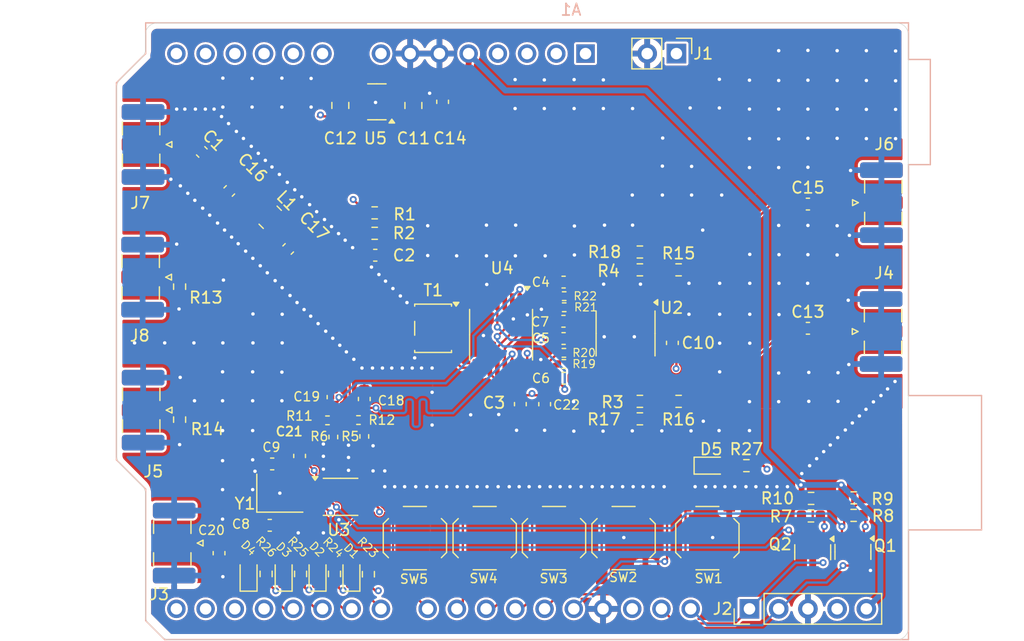
<source format=kicad_pcb>
(kicad_pcb (version 20240108) (generator "pcbnew") (generator_version "8.0")
  (layers (0 "F.Cu" signal) (1 "In1.Cu" power) (2 "In2.Cu" power) (31 "B.Cu" signal) (34 "B.Paste" user) (35 "F.Paste" user) (36 "B.SilkS" user "B.Silkscreen") (37 "F.SilkS" user "F.Silkscreen") (38 "B.Mask" user) (39 "F.Mask" user) (44 "Edge.Cuts" user))
  (net 0 "")
  (net 4 "+5V")
  (net 5 "USR5")
  (net 6 "USRLED2")
  (net 8 "USR3")
  (net 9 "USR1")
  (net 14 "GND")
  (net 16 "USR4")
  (net 17 "USRLED4")
  (net 18 "/SDA_5V")
  (net 22 "USR2")
  (net 23 "/SCL_5V")
  (net 24 "USRLED5")
  (net 26 "USRLED1")
  (net 28 "USRLED3")
  (net 29 "Net-(C1-Pad2)")
  (net 30 "Net-(J7-In)")
  (net 31 "Net-(T1-SC)")
  (net 32 "+3V3")
  (net 33 "Net-(U3-XB)")
  (net 34 "Net-(U3-XA)")
  (net 35 "Net-(C13-Pad1)")
  (net 36 "Net-(J4-In)")
  (net 37 "Net-(J6-In)")
  (net 38 "Net-(C15-Pad1)")
  (net 39 "Net-(T1-AA)")
  (net 40 "/CLK0")
  (net 41 "/CLK1")
  (net 42 "Net-(Q1-S)")
  (net 43 "Net-(Q2-S)")
  (net 44 "Net-(U3-CLK0)")
  (net 45 "Net-(U3-CLK1)")
  (net 49 "/I+")
  (net 50 "/Q+")
  (net 51 "/I-")
  (net 52 "/Q-")
  (net 53 "Net-(J5-In)")
  (net 54 "Net-(J8-In)")
  (net 55 "/RF+")
  (net 56 "/RF-")
  (net 57 "Net-(J3-In)")
  (net 58 "Net-(R16-Pad1)")
  (net 59 "Net-(R15-Pad1)")
  (net 60 "Net-(U2B--)")
  (net 61 "Net-(U2A--)")
  (net 62 "Net-(U2B-+)")
  (net 63 "Net-(U2A-+)")
  (net 64 "Net-(D1-A)")
  (net 65 "Net-(D2-A)")
  (net 66 "Net-(D3-A)")
  (net 67 "Net-(D4-A)")
  (net 68 "Net-(D5-A)")
  (footprint "Resistor_SMD:R_0603_1608Metric" (layer "F.Cu") (at 168.275 106.4 180)
    (property "Reference" "R18")
    (property "Value" "NC")
  )
  (footprint "Capacitor_SMD:C_0603_1608Metric" (layer "F.Cu") (at 145.275 106.68 180)
    (property "Reference" "C2")
    (property "Value" "10uF")
  )
  (footprint "Package_TO_SOT_SMD:SOT-23-5" (layer "F.Cu") (at 145.415 93.345 180)
    (property "Reference" "U5")
    (property "Value" "MIC5504-3.3YM5")
  )
  (footprint "Capacitor_SMD:C_0603_1608Metric" (layer "F.Cu") (at 161.6326 112.4204 180)
    (property "Reference" "C7")
    (property "Value" "1nF")
  )
  (footprint "Capacitor_SMD:C_0805_2012Metric" (layer "F.Cu") (at 142.24 93.659999 90)
    (property "Reference" "C12")
    (property "Value" "1uF")
  )
  (footprint "Package_TO_SOT_SMD:SOT-23" (layer "F.Cu") (at 186.7916 132.463299 -90)
    (property "Reference" "Q1")
    (property "Value" "AO3400A")
  )
  (footprint "LED_SMD:LED_0603_1608Metric" (layer "F.Cu") (at 140.2588 134.391501 90)
    (property "Reference" "D2")
    (property "Value" "RED")
  )
  (footprint "Resistor_SMD:R_0603_1608Metric" (layer "F.Cu") (at 128.27 120.967 90)
    (property "Reference" "R14")
    (property "Value" "NC")
  )
  (footprint "Button_Switch_SMD:SW_SPST_TL3342" (layer "F.Cu") (at 148.722 131.266801 90)
    (property "Reference" "SW5")
    (property "Value" "USR5")
  )
  (footprint "Resistor_SMD:R_0603_1608Metric" (layer "F.Cu") (at 145.224 102.997 180)
    (property "Reference" "R1")
    (property "Value" "2k2")
  )
  (footprint "Connector_Coaxial:SMA_Samtec_SMA-J-P-H-ST-EM1_EdgeMount" (layer "F.Cu") (at 127.547699 131.699 180)
    (property "Reference" "J3")
    (property "Value" "CLK2")
  )
  (footprint "Package_SO:MSOP-10_3x3mm_P0.5mm" (layer "F.Cu") (at 142.259902 127.680398)
    (property "Reference" "U3")
    (property "Value" "Si5351A-B-GTR")
  )
  (footprint "Resistor_SMD:R_0603_1608Metric" (layer "F.Cu") (at 128.27 109.41 90)
    (property "Reference" "R13")
    (property "Value" "NC")
  )
  (footprint "Capacitor_SMD:C_0603_1608Metric" (layer "F.Cu") (at 161.658 117.3734 180)
    (property "Reference" "C6")
    (property "Value" "1nF")
  )
  (footprint "Capacitor_SMD:C_0603_1608Metric" (layer "F.Cu") (at 137.708008 106.131992 45)
    (property "Reference" "C17")
    (property "Value" "18pF")
  )
  (footprint "Connector_PinHeader_2.54mm:PinHeader_1x05_P2.54mm_Vertical" (layer "F.Cu") (at 177.8 137.414 90)
    (property "Reference" "J2")
    (property "Value" "NC")
  )
  (footprint "Button_Switch_SMD:SW_SPST_TL3342" (layer "F.Cu") (at 174.1424 131.2672 90)
    (property "Reference" "SW1")
    (property "Value" "USR1")
  )
  (footprint "Inductor_SMD:L_1008_2520Metric" (layer "F.Cu") (at 136.144 103.37986 -45)
    (property "Reference" "L1")
    (property "Value" "56nH")
  )
  (footprint "Resistor_SMD:R_0603_1608Metric" (layer "F.Cu") (at 138.7856 134.3782 -90)
    (property "Reference" "R25")
    (property "Value" "10k")
  )
  (footprint "Connector_Coaxial:SMA_Samtec_SMA-J-P-H-ST-EM1_EdgeMount" (layer "F.Cu") (at 124.85 120.142 180)
    (property "Reference" "J5")
    (property "Value" "LO_CLK")
  )
  (footprint "Resistor_SMD:R_0402_1005Metric" (layer "F.Cu") (at 141.1224 121.031 180)
    (property "Reference" "R11")
    (property "Value" "0")
  )
  (footprint "Capacitor_SMD:C_0603_1608Metric" (layer "F.Cu") (at 132.588 101.092 45)
    (property "Reference" "C16")
    (property "Value" "18pF")
  )
  (footprint "Package_SO:SOIC-8_3.9x4.9mm_P1.27mm" (layer "F.Cu") (at 167.0304 113.476 -90)
    (property "Reference" "U2")
    (property "Value" "ADA4891-2")
  )
  (footprint "Resistor_SMD:R_0603_1608Metric" (layer "F.Cu") (at 144.6784 134.4046 -90)
    (property "Reference" "R23")
    (property "Value" "10k")
  )
  (footprint "Resistor_SMD:R_0603_1608Metric" (layer "F.Cu") (at 171.64 107.95)
    (property "Reference" "R15")
    (property "Value" "49.9")
  )
  (footprint "Button_Switch_SMD:SW_SPST_TL3342" (layer "F.Cu") (at 166.8576 131.266801 90)
    (property "Reference" "SW2")
    (property "Value" "USR2")
  )
  (footprint "Package_SO:TSSOP-16_4.4x5mm_P0.65mm" (layer "F.Cu") (at 156.21 113.5888 -90)
    (property "Reference" "U4")
    (property "Value" "74CBTLV3253PW")
  )
  (footprint "Resistor_SMD:R_0402_1005Metric" (layer "F.Cu") (at 143.8148 121.0056 180)
    (property "Reference" "R12")
    (property "Value" "0")
  )
  (footprint "Transformer_SMD:Transformer_MiniCircuits_AT224-1A" (layer "F.Cu") (at 150.302 113.03 -90)
    (property "Reference" "T1")
    (property "Value" "50:200")
  )
  (footprint "Crystal:Crystal_SMD_3225-4Pin_3.2x2.5mm" (layer "F.Cu") (at 136.979903 127.3594)
    (property "Reference" "Y1")
    (property "Value" "25Mhz")
  )
  (footprint "Resistor_SMD:R_0402_1005Metric" (layer "F.Cu") (at 161.698399 111.2012)
    (property "Reference" "R21")
    (property "Value" "0")
  )
  (footprint "Resistor_SMD:R_0603_1608Metric" (layer "F.Cu") (at 168.275 119.38 180)
    (property "Reference" "R3")
    (property "Value" "22k")
  )
  (footprint "Button_Switch_SMD:SW_SPST_TL3342" (layer "F.Cu") (at 154.7876 131.2672 90)
    (property "Reference" "SW4")
    (property "Value" "USR4")
  )
  (footprint "LED_SMD:LED_0603_1608Metric" (layer "F.Cu") (at 174.472499 124.968)
    (property "Reference" "D5")
    (property "Value" "RED")
  )
  (footprint "Capacitor_SMD:C_0603_1608Metric" (layer "F.Cu") (at 151.13 93.345 90)
    (property "Reference" "C14")
    (property "Value" "10uF")
  )
  (footprint "Resistor_SMD:R_0402_1005Metric" (layer "F.Cu") (at 161.669 116.1288)
    (property "Reference" "R19")
    (property "Value" "0")
  )
  (footprint "Resistor_SMD:R_0603_1608Metric" (layer "F.Cu") (at 141.732 134.3782 -90)
    (property "Reference" "R24")
    (property "Value" "10k")
  )
  (footprint "Resistor_SMD:R_0402_1005Metric" (layer "F.Cu") (at 161.671 115.1636)
    (property "Reference" "R20")
    (property "Value" "0")
  )
  (footprint "Capacitor_SMD:C_0603_1608Metric" (layer "F.Cu") (at 161.6456 113.919 180)
    (property "Reference" "C5")
    (property "Value" "1nF")
  )
  (footprint "Capacitor_SMD:C_0603_1608Metric" (layer "F.Cu") (at 141.605 119.012 90)
    (property "Reference" "C19")
    (property "Value" "NC")
  )
  (footprint "Capacitor_SMD:C_0603_1608Metric" (layer "F.Cu") (at 182.88 113.03)
    (property "Reference" "C13")
    (property "Value" "10uF")
  )
  (footprint "Connector_Coaxial:SMA_Samtec_SMA-J-P-H-ST-EM1_EdgeMount" (layer "F.Cu") (at 124.8045 108.585 180)
    (property "Reference" "J8")
    (property "Value" "LO_CLK+90")
  )
  (footprint "Resistor_SMD:R_0603_1608Metric" (layer "F.Cu") (at 177.5338 124.968)
    (property "Reference" "R27")
    (property "Value" "10k")
  )
  (footprint "Resistor_SMD:R_0603_1608Metric" (layer "F.Cu") (at 135.7884 134.3782 -90)
    (property "Reference" "R26")
    (property "Value" "10k")
  )
  (footprint "LED_SMD:LED_0603_1608Metric" (layer "F.Cu") (at 134.2644 134.391299 90)
    (property "Reference" "D4")
    (property "Value" "RED")
  )
  (footprint "Button_Switch_SMD:SW_SPST_TL3342" (layer "F.Cu") (at 160.8124 131.266801 90)
    (property "Reference" "SW3")
    (property "Value" "USR3")
  )
  (footprint "Capacitor_SMD:C_0603_1608Metric" (layer "F.Cu") (at 130.2 97.7 -45)
    (property "Reference" "C1")
    (property "Value" "100nF")
  )
  (footprint "Capacitor_SMD:C_0603_1608Metric" (layer "F.Cu") (at 171.1 114.3 -90)
    (property "Reference" "C10")
    (property "Value" "100nF")
  )
  (footprint "Package_TO_SOT_SMD:SOT-23" (layer "F.Cu") (at 183.2966 132.493298 -90)
    (property "Reference" "Q2")
    (property "Value" "AO3400A")
  )
  (footprint "Capacitor_SMD:C_0603_1608Metric" (layer "F.Cu") (at 182.88 102.235)
    (property "Reference" "C15")
    (property "Value" "10uF")
  )
  (footprint "Resistor_SMD:R_0402_1005Metric" (layer "F.Cu") (at 161.6964 110.236)
    (property "Reference" "R22")
    (property "Value" "0")
  )
  (footprint "Resistor_SMD:R_0603_1608Metric" (layer "F.Cu") (at 186.8526 129.290599)
    (property "Reference" "R8")
    (property "Value" "2k2")
  )
  (footprint "Resistor_SMD:R_0603_1608Metric" (layer "F.Cu") (at 168.275 107.95 180)
    (property "Reference" "R4")
    (property "Value" "22k")
  )
  (footprint "Resistor_SMD:R_0603_1608Metric" (layer "F.Cu") (at 183.1574 127.817399 180)
    (property "Reference" "R10")
    (property "Value" "NC")
  )
  (footprint "Connector_PinHeader_2.54mm:PinHeader_1x02_P2.54mm_Vertical" (layer "F.Cu") (at 171.45 89.154 -90)
    (property "Reference" "J1")
    (property "Value" "NC")
  )
  (footprint "Resistor_SMD:R_0603_1608Metric" (layer "F.Cu") (at 171.641 119.38)
    (property "Reference" "R16")
    (property "Value" "49.9")
  )
  (footprint "Resistor_SMD:R_0603_1608Metric" (layer "F.Cu") (at 183.1442 129.341399)
    (property "Reference" "R7")
    (property "Value" "2k2")
  )
  (footprint "Capacitor_SMD:C_0603_1608Metric" (layer "F.Cu") (at 136.103902 130.153399)
    (property "Reference" "C8")
    (property "Value" "2pF")
  )
  (footprint "LED_SMD:LED_0603_1608Metric" (layer "F.Cu") (at 137.3124 134.391501 90)
    (property "Reference" "D3")
    (property "Value" "RED")
  )
  (footprint "Capacitor_SMD:C_0603_1608Metric" (layer "F.Cu") (at 138.7 124.125 -90)
    (property "Reference" "C21")
    (property "Value" "100nF")
  )
  (footprint "LED_SMD:LED_0603_1608Metric" (layer "F.Cu") (at 143.2052 134.391501 90)
    (property "Reference" "D1")
    (property "Value" "RED")
  )
  (footprint "Resistor_SMD:R_0603_1608Metric" (layer "F.Cu") (at 168.275 120.9 180)
    (property "Reference" "R17")
    (property "Value" "NC")
  )
  (footprint "Capacitor_SMD:C_0603_1608Metric" (layer "F.Cu") (at 160 119.625 90)
    (property "Reference" "C22")
    (property "Value" "100nF")
  )
  (footprint "Capacitor_SMD:C_0603_1608Metric" (layer "F.Cu") (at 136.316402 124.819399 180)
    (property "Reference" "C9")
    (property "Value" "2pF")
  )
  (footprint "Capacitor_SMD:C_0805_2012Metric" (layer "F.Cu") (at 148.59 93.665001 90)
    (property "Reference" "C11")
    (property "Value" "1uF")
  )
  (footprint "Capacitor_SMD:C_0603_1608Metric" (layer "F.Cu") (at 161.6456 109.0168 180)
    (property "Reference" "C4")
    (property "Value" "1nF")
  )
  (footprint "Connector_Coaxial:SMA_Samtec_SMA-J-P-H-ST-EM1_EdgeMount" (layer "F.Cu") (at 124.841 97.0534 180)
    (property "Reference" "J7")
    (property "Value" "RF_IN")
  )
  (footprint "Resistor_SMD:R_0402_1005Metric" (layer "F.Cu") (at 141.6304 122.4788 90)
    (property "Reference" "R6")
    (property "Value" "0")
  )
  (footprint "Capacitor_SMD:C_0603_1608Metric" (layer "F.Cu") (at 157.8864 119.621 -90)
    (property "Reference" "C3")
    (property "Value" "10uF")
  )
  (footprint "Capacitor_SMD:C_0603_1608Metric" (layer "F.Cu") (at 144.3228 119.1768 90)
    (property "Reference" "C18")
    (property "Value" "NC")
  )
  (footprint "Resistor_SMD:R_0603_1608Metric" (layer "F.Cu") (at 186.8658 127.766599 180)
    (property "Reference" "R9")
    (property "Value" "NC")
  )
  (footprint "Resistor_SMD:R_0402_1005Metric" (layer "F.Cu") (at 144.3228 122.428 90)
    (property "Reference" "R5")
    (property "Value" "0")
  )
  (footprint "Connector_Coaxial:SMA_Samtec_SMA-J-P-H-ST-EM1_EdgeMount" (layer "F.Cu") (at 189.4951 113.3094)
    (property "Reference" "J4")
    (property "Value" "Q_OUT")
  )
  (footprint "Connector_Coaxial:SMA_Samtec_SMA-J-P-H-ST-EM1_EdgeMount" (layer "F.Cu") (at 189.5205 102.108)
    (property "Reference" "J6")
    (property "Value" "I_OUT")
  )
  (footprint "Capacitor_SMD:C_0603_1608Metric" (layer "F.Cu") (at 131.699 132.575 -90)
    (property "Reference" "C20")
    (property "Value" "NC")
  )
  (footprint "Resistor_SMD:R_0603_1608Metric" (layer "F.Cu") (at 145.225 104.775)
    (property "Reference" "R2")
    (property "Value" "2k2")
  )
  (footprint "Module:Arduino_UNO_R3" (layer "B.Cu") (at 163.5506 89.154 180)
    (property "Reference" "A1")
    (property "Value" "Arduino_UNO_R3")
  )
  (gr_line (start 125.3 127.414214) (end 125.3 137.985786) (stroke (width 0.05)) (layer "Edge.Cuts"))
  (gr_arc (start 191.6 139.1) (mid 191.307107 139.807107) (end 190.6 140.1) (stroke (width 0.05)) (layer "Edge.Cuts"))
  (gr_line (start 125.592893 138.692893) (end 126.707107 139.807107) (stroke (width 0.05)) (layer "Edge.Cuts"))
  (gr_arc (start 125.592893 138.692893) (mid 125.376125 138.368469) (end 125.3 137.985786) (stroke (width 0.05)) (layer "Edge.Cuts"))
  (gr_arc (start 122.8 92.114214) (mid 122.876116 91.731528) (end 123.092893 91.407107) (stroke (width 0.05)) (layer "Edge.Cuts"))
  (gr_arc (start 125.007107 126.707107) (mid 125.223875 127.031531) (end 125.3 127.414214) (stroke (width 0.05)) (layer "Edge.Cuts"))
  (gr_line (start 125.3 87.5) (end 125.3 88.785786) (stroke (width 0.05)) (layer "Edge.Cuts"))
  (gr_line (start 122.8 92.114214) (end 122.8 124.085786) (stroke (width 0.05)) (layer "Edge.Cuts"))
  (gr_arc (start 127.414214 140.1) (mid 127.031528 140.023884) (end 126.707107 139.807107) (stroke (width 0.05)) (layer "Edge.Cuts"))
  (gr_arc (start 190.6 86.5) (mid 191.307107 86.792893) (end 191.6 87.5) (stroke (width 0.05)) (layer "Edge.Cuts"))
  (gr_line (start 191.6 139.1) (end 191.6 87.5) (stroke (width 0.05)) (layer "Edge.Cuts"))
  (gr_line (start 127.414214 140.1) (end 190.6 140.1) (stroke (width 0.05)) (layer "Edge.Cuts"))
  (gr_arc (start 123.092893 124.792893) (mid 122.87612 124.46847) (end 122.8 124.085786) (stroke (width 0.05)) (layer "Edge.Cuts"))
  (gr_line (start 190.6 86.5) (end 126.3 86.5) (stroke (width 0.05)) (layer "Edge.Cuts"))
  (gr_line (start 123.092893 124.792893) (end 125.007107 126.707107) (stroke (width 0.05)) (layer "Edge.Cuts"))
  (gr_arc (start 125.3 87.5) (mid 125.592893 86.792893) (end 126.3 86.5) (stroke (width 0.05)) (layer "Edge.Cuts"))
  (gr_arc (start 125.3 88.785786) (mid 125.223884 89.168472) (end 125.007107 89.492893) (stroke (width 0.05)) (layer "Edge.Cuts"))
  (gr_line (start 125.007107 89.492893) (end 123.092893 91.407107) (stroke (width 0.05)) (layer "Edge.Cuts"))
  (segment (start 182.3324 126.7064) (end 182.2704 126.6444) (width 0.5) (layer "F.Cu") (net 4))
  (segment (start 148.269999 94.294999) (end 148.59 94.615) (width 0.5) (layer "F.Cu") (net 4))
  (segment (start 149.085 94.12) (end 148.59 94.615) (width 0.5) (layer "F.Cu") (net 4))
  (segment (start 152.4 91.44) (end 153.3906 90.4494) (width 0.5) (layer "F.Cu") (net 4))
  (segment (start 153.3906 90.4494) (end 153.3906 90.17) (width 0.5) (layer "F.Cu") (net 4))
  (segment (start 151.13 94.12) (end 149.085 94.12) (width 0.5) (layer "F.Cu") (net 4))
  (segment (start 151.13 94.12) (end 151.625 94.12) (width 0.5) (layer "F.Cu") (net 4))
  (segment (start 185.7756 127.501399) (end 186.0408 127.766599) (width 0.5) (layer "F.Cu") (net 4))
  (segment (start 151.625 94.12) (end 153.3906 92.3544) (width 0.5) (layer "F.Cu") (net 4))
  (segment (start 185.7756 126.6444) (end 185.7756 127.501399) (width 0.5) (layer "F.Cu") (net 4))
  (segment (start 146.5525 92.395001) (end 147.507501 91.44) (width 0.5) (layer "F.Cu") (net 4))
  (segment (start 182.3324 127.817399) (end 182.3324 126.7064) (width 0.5) (layer "F.Cu") (net 4))
  (segment (start 146.5525 94.294999) (end 148.269999 94.294999) (width 0.5) (layer "F.Cu") (net 4))
  (segment (start 153.3906 90.17) (end 153.3906 89.154) (width 0.5) (layer "F.Cu") (net 4))
  (segment (start 147.507501 91.44) (end 152.4 91.44) (width 0.5) (layer "F.Cu") (net 4))
  (segment (start 153.3906 92.3544) (end 153.3906 90.17) (width 0.5) (layer "F.Cu") (net 4))
  (via (at 185.7756 126.6444) (size 0.6) (drill 0.3) (layers "F.Cu" "B.Cu") (net 4))
  (via (at 182.2704 126.6444) (size 0.6) (drill 0.3) (layers "F.Cu" "B.Cu") (net 4))
  (segment (start 179.25 123.624) (end 179.25 102.796) (width 0.5) (layer "B.Cu") (net 4))
  (segment (start 185.7756 126.6444) (end 189.1792 130.048) (width 0.5) (layer "B.Cu") (net 4))
  (segment (start 182.2704 126.6444) (end 185.7756 126.6444) (width 0.5) (layer "B.Cu") (net 4))
  (segment (start 156.591 92.3544) (end 153.3906 89.154) (width 0.5) (layer "B.Cu") (net 4))
  (segment (start 179.25 102.796) (end 168.8084 92.3544) (width 0.5) (layer "B.Cu") (net 4))
  (segment (start 189.1792 130.048) (end 189.1792 136.1948) (width 0.5) (layer "B.Cu") (net 4))
  (segment (start 182.2704 126.6444) (end 179.25 123.624) (width 0.5) (layer "B.Cu") (net 4))
  (segment (start 189.1792 136.1948) (end 187.96 137.414) (width 0.5) (layer "B.Cu") (net 4))
  (segment (start 168.8084 92.3544) (end 156.591 92.3544) (width 0.5) (layer "B.Cu") (net 4))
  (segment (start 146.8334 134.4168) (end 149.8306 137.414) (width 0.1994) (layer "F.Cu") (net 5))
  (segment (start 146.822 134.4168) (end 146.822 128.116802) (width 0.1994) (layer "F.Cu") (net 5))
  (segment (start 138.175798 136.0424) (end 138.7348 136.0424) (width 0.1994) (layer "F.Cu") (net 6))
  (segment (start 137.3124 135.179002) (end 138.175798 136.0424) (width 0.1994) (layer "F.Cu") (net 6))
  (segment (start 138.7348 136.0424) (end 140.1064 137.414) (width 0.1994) (layer "F.Cu") (net 6))
  (segment (start 158.9124 128.116802) (end 158.9124 134.4168) (width 0.1994) (layer "F.Cu") (net 8))
  (segment (start 158.496 134.4168) (end 155.4988 137.414) (width 0.1994) (layer "F.Cu") (net 8))
  (segment (start 158.9124 134.4168) (end 158.496 134.4168) (width 0.1994) (layer "F.Cu") (net 8))
  (segment (start 169.468802 136.144) (end 161.2606 136.144) (width 0.1994) (layer "F.Cu") (net 9))
  (segment (start 171.196002 134.4168) (end 169.468802 136.144) (width 0.1994) (layer "F.Cu") (net 9))
  (segment (start 161.2606 136.144) (end 159.9906 137.414) (width 0.1994) (layer "F.Cu") (net 9))
  (segment (start 172.73 134.4168) (end 171.196002 134.4168) (width 0.1994) (layer "F.Cu") (net 9))
  (segment (start 172.2424 134.417199) (end 172.2424 128.117201) (width 0.1994) (layer "F.Cu") (net 9))
  (segment (start 158.485 110.7263) (end 158.485 111.8506) (width 0.1994) (layer "F.Cu") (net 14))
  (segment (start 137.829902 128.209399) (end 136.979903 127.3594) (width 0.1994) (layer "F.Cu") (net 14))
  (segment (start 145.355 93.345) (end 145.3 93.4) (width 0.1994) (layer "F.Cu") (net 14))
  (segment (start 158.485 111.8506) (end 158.496 111.8616) (width 0.1994) (layer "F.Cu") (net 14))
  (segment (start 127.7676 94.2284) (end 128.016 93.98) (width 0.1994) (layer "F.Cu") (net 14))
  (segment (start 146.5525 93.345) (end 145.355 93.345) (width 0.1994) (layer "F.Cu") (net 14))
  (segment (start 127.3104 99.8784) (end 127.508 100.076) (width 0.1994) (layer "F.Cu") (net 14))
  (segment (start 135.875903 126.509401) (end 134.820903 125.454399) (width 0.1994) (layer "F.Cu") (net 14))
  (segment (start 135.261903 125.0134) (end 134.820903 125.454399) (width 0.1994) (layer "F.Cu") (net 14))
  (segment (start 125.091 99.8784) (end 127.3104 99.8784) (width 0.1994) (layer "F.Cu") (net 14))
  (segment (start 125.091 94.2284) (end 127.7676 94.2284) (width 0.1994) (layer "F.Cu") (net 14))
  (via (at 137.184471 109.498471) (size 0.6) (drill 0.3) (layers "F.Cu" "B.Cu") (net 14))
  (via (at 182.9562 116.8654) (size 0.6) (drill 0.3) (layers "F.Cu" "B.Cu") (net 14))
  (via (at 137.16 91.2876) (size 0.6) (drill 0.3) (layers "F.Cu" "B.Cu") (net 14))
  (via (at 154.9908 126.7968) (size 0.6) (drill 0.3) (layers "F.Cu" "B.Cu") (net 14))
  (via (at 157.2768 112.2172) (size 0.6) (drill 0.3) (layers "F.Cu" "B.Cu") (net 14))
  (via (at 173.7868 121.1072) (size 0.6) (drill 0.3) (layers "F.Cu" "B.Cu") (net 14))
  (via (at 149.7584 126.7968) (size 0.6) (drill 0.3) (layers "F.Cu" "B.Cu") (net 14))
  (via (at 177.8 91.4654) (size 0.6) (drill 0.3) (layers "F.Cu" "B.Cu") (net 14))
  (via (at 176.53 126.7968) (size 0.6) (drill 0.3) (layers "F.Cu" "B.Cu") (net 14))
  (via (at 140.181671 102.894471) (size 0.6) (drill 0.3) (layers "F.Cu" "B.Cu") (net 14))
  (via (at 143.41263 115.72663) (size 0.6) (drill 0.3) (layers "F.Cu" "B.Cu") (net 14))
  (via (at 185.42 104.1146) (size 0.6) (drill 0.3) (layers "F.Cu" "B.Cu") (net 14))
  (via (at 180.34 119.4054) (size 0.6) (drill 0.3) (layers "F.Cu" "B.Cu") (net 14))
  (via (at 128.981457 101.295457) (size 0.6) (drill 0.3) (layers "F.Cu" "B.Cu") (net 14))
  (via (at 137.1854 114.3) (size 0.6) (drill 0.3) (layers "F.Cu" "B.Cu") (net 14))
  (via (at 132.08 108.839) (size 0.6) (drill 0.3) (layers "F.Cu" "B.Cu") (net 14))
  (via (at 170.2308 101.4476) (size 0.6) (drill 0.3) (layers "F.Cu" "B.Cu") (net 14))
  (via (at 146.710401 116.4844) (size 0.6) (drill 0.3) (layers "F.Cu" "B.Cu") (net 14))
  (via (at 154.9654 109.22) (size 0.6) (drill 0.3) (layers "F.Cu" "B.Cu") (net 14))
  (via (at 185.4962 119.38) (size 0.6) (drill 0.3) (layers "F.Cu" "B.Cu") (net 14))
  (via (at 172.72 121.9454) (size 0.6) (drill 0.3) (layers "F.Cu" "B.Cu") (net 14))
  (via (at 132.0038 127.0508) (size 0.6) (drill 0.3) (layers "F.Cu" "B.Cu") (net 14))
  (via (at 177.8254 111.8108) (size 0.6) (drill 0.3) (layers "F.Cu" "B.Cu") (net 14))
  (via (at 167.6146 121.9454) (size 0.6) (drill 0.3) (layers "F.Cu" "B.Cu") (net 14))
  (via (at 161.3408 126.7968) (size 0.6) (drill 0.3) (layers "F.Cu" "B.Cu") (net 14))
  (via (at 138.477628 110.791628) (size 0.6) (drill 0.3) (layers "F.Cu" "B.Cu") (net 14))
  (via (at 185.42 106.6546) (size 0.6) (drill 0.3) (layers "F.Cu" "B.Cu") (net 14))
  (via (at 143.3068 106.0196) (size 0.6) (drill 0.3) (layers "F.Cu" "B.Cu") (net 14))
  (via (at 160.4772 126.7968) (size 0.6) (drill 0.3) (layers "F.Cu" "B.Cu") (net 14))
  (via (at 128.016 105.7148) (size 0.6) (drill 0.3) (layers "F.Cu" "B.Cu") (net 14))
  (via (at 134.62 119.3292) (size 0.6) (drill 0.3) (layers "F.Cu" "B.Cu") (net 14))
  (via (at 184.249485 123.750915) (size 0.6) (drill 0.3) (layers "F.Cu" "B.Cu") (net 14))
  (via (at 142.085485 104.798285) (size 0.6) (drill 0.3) (layers "F.Cu" "B.Cu") (net 14))
  (via (at 170.18 121.9454) (size 0.6) (drill 0.3) (layers "F.Cu" "B.Cu") (net 14))
  (via (at 157.4292 93.9292) (size 0.6) (drill 0.3) (layers "F.Cu" "B.Cu") (net 14))
  (via (at 139.571013 102.283813) (size 0.6) (drill 0.3) (layers "F.Cu" "B.Cu") (net 14))
  (via (at 130.5052 93.98) (size 0.6) (drill 0.3) (layers "F.Cu" "B.Cu") (net 14))
  (via (at 157.7848 126.7968) (size 0.6) (drill 0.3) (layers "F.Cu" "B.Cu") (net 14))
  (via (at 128.3208 117.2972) (size 0.6) (drill 0.3) (layers "F.Cu" "B.Cu") (net 14))
  (via (at 180.1876 126.7968) (size 0.6) (drill 0.3) (layers "F.Cu" "B.Cu") (net 14))
  (via (at 130.274613 102.588613) (size 0.6) (drill 0.3) (layers "F.Cu" "B.Cu") (net 14))
  (via (at 136.296144 99.008944) (size 0.6) (drill 0.3) (layers "F.Cu" "B.Cu") (net 14))
  (via (at 136.979903 127.3594) (size 0.6) (drill 0.3) (layers "F.Cu" "B.Cu") (net 14))
  (via (at 135.721407 98.434207) (size 0.6) (drill 0.3) (layers "F.Cu" "B.Cu") (net 14))
  (via (at 190.5 94.0054) (size 0.6) (drill 0.3) (layers "F.Cu" "B.Cu") (net 14))
  (via (at 175.1838 93.8784) (size 0.6) (drill 0.3) (layers "F.Cu" "B.Cu") (net 14))
  (via (at 142.766052 115.080052) (size 0.6) (drill 0.3) (layers "F.Cu" "B.Cu") (net 14))
  (via (at 128.016 93.98) (size 0.6) (drill 0.3) (layers "F.Cu" "B.Cu") (net 14))
  (via (at 137.1854 111.8108) (size 0.6) (drill 0.3) (layers "F.Cu" "B.Cu") (net 14))
  (via (at 175.6664 126.7968) (size 0.6) (drill 0.3) (layers "F.Cu" "B.Cu") (net 14))
  (via (at 170.3832 126.7968) (size 0.6) (drill 0.3) (layers "F.Cu" "B.Cu") (net 14))
  (via (at 182.345671 125.654729) (size 0.6) (drill 0.3) (layers "F.Cu" "B.Cu") (net 14))
  (via (at 144.1196 116.4844) (size 0.6) (drill 0.3) (layers "F.Cu" "B.Cu") (net 14))
  (via (at 159.6644 115.7478) (size 0.6) (drill 0.3) (layers "F.Cu" "B.Cu") (net 14))
  (via (at 134.62 127.0508) (size 0.6) (drill 0.3) (layers "F.Cu" "B.Cu") (net 14))
  (via (at 135.891314 108.205314) (size 0.6) (drill 0.3) (layers "F.Cu" "B.Cu") (net 14))
  (via (at 162.5346 121.9708) (size 0.6) (drill 0.3) (layers "F.Cu" "B.Cu") (net 14))
  (via (at 180.34 93.98) (size 0.6) (drill 0.3) (layers "F.Cu" "B.Cu") (net 14))
  (via (at 142.113 129.667) (size 0.6) (drill 0.3) (layers "F.Cu" "B.Cu") (net 14))
  (via (at 133.817593 96.530393) (size 0.6) (drill 0.3) (layers "F.Cu" "B.Cu") (net 14))
  (via (at 145.0848 125.4252) (size 0.6) (drill 0.3) (layers "F.Cu" "B.Cu") (net 14))
  (via (at 187.352515 120.647885) (size 0.6) (drill 0.3) (layers "F.Cu" "B.Cu") (net 14))
  (via (at 137.86697 110.18097) (size 0.6) (drill 0.3) (layers "F.Cu" "B.Cu") (net 14))
  (via (at 137.16 119.3292) (size 0.6) (drill 0.3) (layers "F.Cu" "B.Cu") (net 14))
  (via (at 177.8 93.98) (size 0.6) (drill 0.3) (layers "F.Cu" "B.Cu") (net 14))
  (via (at 166.878 131.2164) (size 0.6) (drill 0.3) (layers "F.Cu" "B.Cu") (net 14))
  (via (at 186.741858 121.258542) (size 0.6) (drill 0.3) (layers "F.Cu" "B.Cu") (net 14))
  (via (at 182.88 99.0346) (size 0.6) (drill 0.3) (layers "F.Cu" "B.Cu") (net 14))
  (via (at 175.2092 111.8108) (size 0.6) (drill 0.3) (layers "F.Cu" "B.Cu") (net 14))
  (via (at 180.34 96.5708) (size 0.6) (drill 0.3) (layers "F.Cu" "B.Cu") (net 14))
  (via (at 160.0454 106.7308) (size 0.6) (drill 0.3) (layers "F.Cu" "B.Cu") (net 14))
  (via (at 139.663022 111.977022) (size 0.6) (drill 0.3) (layers "F.Cu" "B.Cu") (net 14))
  (via (at 174.8028 126.7968) (size 0.6) (drill 0.3) (layers "F.Cu" "B.Cu") (net 14))
  (via (at 173.99 126.7968) (size 0.6) (drill 0.3) (layers "F.Cu" "B.Cu") (net 14))
  (via (at 135.11075 97.82355) (size 0.6) (drill 0.3) (layers "F.Cu" "B.Cu") (net 14))
  (via (at 188.3166 134.075799) (size 0.6) (drill 0.3) (layers "F.Cu" "B.Cu") (net 14))
  (via (at 145.0848 123.2408) (size 0.6) (drill 0.3) (layers "F.Cu" "B.Cu") (net 14))
  (via (at 182.8546 109.1184) (size 0.6) (drill 0.3) (layers "F.Cu" "B.Cu") (net 14))
  (via (at 139.088285 111.402285) (size 0.6) (drill 0.3) (layers "F.Cu" "B.Cu") (net 14))
  (via (at 131.913779 94.626579) (size 0.6) (drill 0.3) (layers "F.Cu" "B.Cu") (net 14))
  (via (at 180.34 99.06) (size 0.6) (drill 0.3) (layers "F.Cu" "B.Cu") (net 14))
  (via (at 177.8254 109.1184) (size 0.6) (drill 0.3) (layers "F.Cu" "B.Cu") (net 14))
  (via (at 154.94 104.0638) (size 0.6) (drill 0.3) (layers "F.Cu" "B.Cu") (net 14))
  (via (at 186.4868 104.9528) (size 0.6) (drill 0.3) (layers "F.Cu" "B.Cu") (net 14))
  (via (at 132.0292 91.2876) (size 0.6) (drill 0.3) (layers "F.Cu" "B.Cu") (net 14))
  (via (at 145.8976 116.4844) (size 0.6) (drill 0.3) (layers "F.Cu" "B.Cu") (net 14))
  (via (at 159.9946 121.8946) (size 0.6) (drill 0.3) (layers "F.Cu" "B.Cu") (net 14))
  (via (at 175.2092 116.8146) (size 0.6) (drill 0.3) (layers "F.Cu" "B.Cu") (net 14))
  (via (at 174.5996 131.2164) (size 0.6) (drill 0.3) (layers "F.Cu" "B.Cu") (net 14))
  (via (at 140.3096 112.6236) (size 0.6) (drill 0.3) (layers "F.Cu" "B.Cu") (net 14))
  (via (at 177.8254 106.6038) (size 0.6) (drill 0.3) (layers "F.Cu" "B.Cu") (net 14))
  (via (at 148.4884 116.4844) (size 0.6) (drill 0.3) (layers "F.Cu" "B.Cu") (net 14))
  (via (at 177.8 119.4054) (size 0.6) (drill 0.3) (layers "F.Cu" "B.Cu") (net 14))
  (via (at 124.3584 114.3) (size 0.6) (drill 0.3) (layers "F.Cu" "B.Cu") (net 14))
  (via (at 146.1008 125.4252) (size 0.6) (drill 0.3) (layers "F.Cu" "B.Cu") (net 14))
  (via (at 133.206935 95.919735) (size 0.6) (drill 0.3) (layers "F.Cu" "B.Cu") (net 14))
  (via (at 137.16 93.8022) (size 0.6) (drill 0.3) (layers "F.Cu" "B.Cu") (net 14))
  (via (at 177.8 121.92) (size 0.6) (drill 0.3) (layers "F.Cu" "B.Cu") (net 14))
  (via (at 190.5 91.5162) (size 0.6) (drill 0.3) (layers "F.Cu" "B.Cu") (net 14))
  (via (at 175.1838 91.3892) (size 0.6) (drill 0.3) (layers "F.Cu" "B.Cu") (net 14))
  (via (at 164.1348 126.7968) (size 0.6) (drill 0.3) (layers "F.Cu" "B.Cu") (net 14))
  (via (at 158.496 111.8616) (size 0.6) (drill 0.3) (layers "F.Cu" "B.Cu") (net 14))
  (via (at 167.6146 101.4476) (size 0.6) (drill 0.3) (layers "F.Cu" "B.Cu") (net 14))
  (via (at 132.0038 116.8146) (size 0.6) (drill 0.3) (layers "F.Cu" "B.Cu") (net 14))
  (via (at 152.4 126.7968) (size 0.6) (drill 0.3) (layers "F.Cu" "B.Cu") (net 14))
  (via (at 165.1 93.9292) (size 0.6) (drill 0.3) (layers "F.Cu" "B.Cu") (net 14))
  (via (at 190.4492 117.6528) (size 0.6) (drill 0.3) (layers "F.Cu" "B.Cu") (net 14))
  (via (at 162.5092 119.4054) (size 0.6) (drill 0.3) (layers "F.Cu" "B.Cu") (net 14))
  (via (at 154.1272 126.7968) (size 0.6) (drill 0.3) (layers "F.Cu" "B.Cu") (net 14))
  (via (at 187.96 94.0054) (size 0.6) (drill 0.3) (layers "F.Cu" "B.Cu") (net 14))
  (via (at 185.4708 122.5296) (size 0.6) (drill 0.3) (layers "F.Cu" "B.Cu") (net 14))
  (via (at 132.0292 93.8022) (size 0.6) (drill 0.3) (layers "F.Cu" "B.Cu") (net 14))
  (via (at 134.5692 91.313) (size 0.6) (drill 0.3) (layers "F.Cu" "B.Cu") (net 14))
  (via (at 175.2092 109.1184) (size 0.6) (drill 0.3) (layers "F.Cu" "B.Cu") (net 14))
  (via (at 177.8 99.06) (size 0.6) (drill 0.3) (layers "F.Cu" "B.Cu") (net 14))
  (via (at 147.456463 110.220063) (size 0.6) (drill 0.3) (layers "F.Cu" "B.Cu") (net 14))
  (via (at 132.0038 121.92) (size 0.6) (drill 0.3) (layers "F.Cu" "B.Cu") (net 14))
  (via (at 141.474828 104.187628) (size 0.6) (drill 0.3) (layers "F.Cu" "B.Cu") (net 14))
  (via (at 162.56 93.9292) (size 0.6) (drill 0.3) (layers "F.Cu" "B.Cu") (net 14))
  (via (at 136.573813 108.887813) (size 0.6) (drill 0.3) (layers "F.Cu" "B.Cu") (net 14))
  (via (at 182.9562 119.38) (size 0.6) (drill 0.3) (layers "F.Cu" "B.Cu") (net 14))
  (via (at 148.7932 126.7968) (size 0.6) (drill 0.3) (layers "F.Cu" "B.Cu") (net 14))
  (via (at 130.885271 103.199271) (size 0.6) (drill 0.3) (layers "F.Cu" "B.Cu") (net 14))
  (via (at 180.34 88.9) (size 0.6) (drill 0.3) (layers "F.Cu" "B.Cu") (net 14))
  (via (at 148.0312 110.7948) (size 0.6) (drill 0.3) (layers "F.Cu" "B.Cu") (net 14))
  (via (at 142.660222 105.373022) (size 0.6) (drill 0.3) (layers "F.Cu" "B.Cu") (net 14))
  (via (at 150.2156 116.4844) (size 0.6) (drill 0.3) (layers "F.Cu" "B.Cu") (net 14))
  (via (at 131.2672 93.98) (size 0.6) (drill 0.3) (layers "F.Cu" "B.Cu") (net 14))
  (via (at 139.7 93.8022) (size 0.6) (drill 0.3) (layers "F.Cu" "B.Cu") (net 14))
  (via (at 157.48 104.0638) (size 0.6) (drill 0.3) (layers "F.Cu" "B.Cu") (net 14))
  (via (at 149.8346 106.7054) (size 0.6) (drill 0.3) (layers "F.Cu" "B.Cu") (net 14))
  (via (at 134.6454 111.7854) (size 0.6) (drill 0.3) (layers "F.Cu" "B.Cu") (net 14))
  (via (at 134.5692 93.8022) (size 0.6) (drill 0.3) (layers "F.Cu" "B.Cu") (net 14))
  (via (at 144.946222 107.709822) (size 0.6) (drill 0.3) (layers "F.Cu" "B.Cu") (net 14))
  (via (at 133.363822 105.677822) (size 0.6) (drill 0.3) (layers "F.Cu" "B.Cu") (net 14))
  (via (at 185.42 91.4908) (size 0.6) (drill 0.3) (layers "F.Cu" "B.Cu") (net 14))
  (via (at 132.524436 95.237236) (size 0.6) (drill 0.3) (layers "F.Cu" "B.Cu") (net 14))
  (via (at 140.7668 124.1552) (size 0.6) (drill 0.3) (layers "F.Cu" "B.Cu") (net 14))
  (via (at 180.34 104.0892) (size 0.6) (drill 0.3) (layers "F.Cu" "B.Cu") (net 14))
  (via (at 142.9512 125.3744) (size 0.6) (drill 0.3) (layers "F.Cu" "B.Cu") (net 14))
  (via (at 172.5422 111.8108) (size 0.6) (drill 0.3) (layers "F.Cu" "B.Cu") (net 14))
  (via (at 137.631278 100.344078) (size 0.6) (drill 0.3) (layers "F.Cu" "B.Cu") (net 14))
  (via (at 187.927252 120.073148) (size 0.6) (drill 0.3) (layers "F.Cu" "B.Cu") (net 14))
  (via (at 134.62 116.8146) (size 0.6) (drill 0.3) (layers "F.Cu" "B.Cu") (net 14))
  (via (at 128.7272 93.98) (size 0.6) (drill 0.3) (layers "F.Cu" "B.Cu") (net 14))
  (via (at 159.9692 93.9292) (size 0.6) (drill 0.3) (layers "F.Cu" "B.Cu") (net 14))
  (via (at 163.1696 126.7968) (size 0.6) (drill 0.3) (layers "F.Cu" "B.Cu") (net 14))
  (via (at 158.6484 126.7968) (size 0.6) (drill 0.3) (layers "F.Cu" "B.Cu") (net 14))
  (via (at 190.5 96.5454) (size 0.6) (drill 0.3) (layers "F.Cu" "B.Cu") (net 14))
  (via (at 166.7764 126.7968) (size 0.6) (drill 0.3) (layers "F.Cu" "B.Cu") (net 14))
  (via (at 145.5928 108.3564) (size 0.6) (drill 0.3) (layers "F.Cu" "B.Cu") (net 14))
  (via (at 180.34 116.9162) (size 0.6) (drill 0.3) (layers "F.Cu" "B.Cu") (net 14))
  (via (at 177.4952 126.7968) (size 0.6) (drill 0.3) (layers "F.Cu" "B.Cu") (net 14))
  (via (at 182.88 96.52) (size 0.6) (drill 0.3) (layers "F.Cu" "B.Cu") (net 14))
  (via (at 128.334878 100.648878) (size 0.6) (drill 0.3) (layers "F.Cu" "B.Cu") (net 14))
  (via (at 150.622 126.7968) (size 0.6) (drill 0.3) (layers "F.Cu" "B.Cu") (net 14))
  (via (at 157.5562 121.8946) (size 0.6) (drill 0.3) (layers "F.Cu" "B.Cu") (net 14))
  (via (at 153.5684 120.5484) (size 0.6) (drill 0.3) (layers "F.Cu" "B.Cu") (net 14))
  (via (at 189.227885 118.874115) (size 0.6) (drill 0.3) (layers "F.Cu" "B.Cu") (net 14))
  (via (at 156.9212 126.7968) (size 0.6) (drill 0.3) (layers "F.Cu" "B.Cu") (net 14))
  (via (at 132.0038 124.5362) (size 0.6) (drill 0.3) (layers "F.Cu" "B.Cu") (net 14))
  (via (at 150 92.6) (size 0.6) (drill 0.3) (layers "F.Cu" "B.Cu") (net 14))
  (via (at 134.500092 97.212892) (size 0.6) (drill 0.3) (layers "F.Cu" "B.Cu") (net 14))
  (via (at 187.96 91.4908) (size 0.6) (drill 0.3) (layers "F.Cu" "B.Cu") (net 14))
  (via (at 132.0292 114.3) (size 0.6) (drill 0.3) (layers "F.Cu" "B.Cu") (net 14))
  (via (at 165.1 91.44) (size 0.6) (drill 0.3) (layers "F.Cu" "B.Cu") (net 14))
  (via (at 180.3654 111.8362) (size 0.6) (drill 0.3) (layers "F.Cu" "B.Cu") (net 14))
  (via (at 181.102 126.7968) (size 0.6) (drill 0.3) (layers "F.Cu" "B.Cu") (net 14))
  (via (at 190.5 88.9254) (size 0.6) (drill 0.3) (layers "F.Cu" "B.Cu") (net 14))
  (via (at 162.5854 104.14) (size 0.6) (drill 0.3) (layers "F.Cu" "B.Cu") (net 14))
  (via (at 128.2192 111.3536) (size 0.6) (drill 0.3) (layers "F.Cu" "B.Cu") (net 14))
  (via (at 156.0068 120.523) (size 0.6) (drill 0.3) (layers "F.Cu" "B.Cu") (net 14))
  (via (at 175.1584 121.92) (size 0.6) (drill 0.3) (layers "F.Cu" "B.Cu") (net 14))
  (via (at 180.3654 106.6292) (size 0.6) (drill 0.3) (layers "F.Cu" "B.Cu") (net 14))
  (via (at 183.638828 124.361572) (size 0.6) (drill 0.3) (layers "F.Cu" "B.Cu") (net 14))
  (via (at 134.634078 106.948078) (size 0.6) (drill 0.3) (layers "F.Cu" "B.Cu") (net 14))
  (via (at 173.0756 126.7968) (size 0.6) (drill 0.3) (layers "F.Cu" "B.Cu") (net 14))
  (via (at 175.2092 114.3254) (size 0.6) (drill 0.3) (layers "F.Cu" "B.Cu") (net 14))
  (via (at 186.5884 99.314) (size 0.6) (drill 0.3) (layers "F.Cu" "B.Cu") (net 14))
  (via (at 135.280657 107.594657) (size 0.6) (drill 0.3) (layers "F.Cu" "B.Cu") (net 14))
  (via (at 154.678252 113.657252) (size 0.6) (drill 0.3) (layers "F.Cu" "B.Cu") (net 14))
  (via (at 136.942722 99.655522) (size 0.6) (drill 0.3) (layers "F.Cu" "B.Cu") (net 14))
  (via (at 151.4856 126.7968) (size 0.6) (drill 0.3) (layers "F.Cu" "B.Cu") (net 14))
  (via (at 157.4546 106.7308) (size 0.6) (drill 0.3) (layers "F.Cu" "B.Cu") (net 14))
  (via (at 175.387 101.4476) (size 0.6) (drill 0.3) (layers "F.Cu" "B.Cu") (net 14))
  (via (at 149.8346 104.1146) (size 0.6) (drill 0.3) (layers "F.Cu" "B.Cu") (net 14))
  (via (at 165.862 126.7968) (size 0.6) (drill 0.3) (layers "F.Cu" "B.Cu") (net 14))
  (via (at 185.42 93.98) (size 0.6) (drill 0.3) (layers "F.Cu" "B.Cu") (net 14))
  (via (at 149.301201 116.4844) (size 0.6) (drill 0.3) (layers "F.Cu" "B.Cu") (net 14))
  (via (at 132.0038 119.3292) (size 0.6) (drill 0.3) (layers "F.Cu" "B.Cu") (net 14))
  (via (at 140.7668 123.0884) (size 0.6) (drill 0.3) (layers "F.Cu" "B.Cu") (net 14))
  (via (at 132.178428 104.492428) (size 0.6) (drill 0.3) (layers "F.Cu" "B.Cu") (net 14))
  (via (at 167.64 104.0638) (size 0.6) (drill 0.3) (layers "F.Cu" "B.Cu") (net 14))
  (via (at 188.57383 119.42657) (size 0.6) (drill 0.3) (layers "F.Cu" "B.Cu") (net 14))
  (via (at 173.736 104.4956) (size 0.6) (drill 0.3) (layers "F.Cu" "B.Cu") (net 14))
  (via (at 187.96 96.5454) (size 0.6) (drill 0.3) (layers "F.Cu" "B.Cu") (net 14))
  (via (at 172.7708 101.4476) (size 0.6) (drill 0.3) (layers "F.Cu" "B.Cu") (net 14))
  (via (at 132.789085 105.103085) (size 0.6) (drill 0.3) (layers "F.Cu" "B.Cu") (net 14))
  (via (at 185.42 88.9) (size 0.6) (drill 0.3) (layers "F.Cu" "B.Cu") (net 14))
  (via (at 137.16 116.84) (size 0.6) (drill 0.3) (layers "F.Cu" "B.Cu") (net 14))
  (via (at 170.2562 96.4946) (size 0.6) (drill 0.3) (layers "F.Cu" "B.Cu") (net 14))
  (via (at 186.1312 121.8692) (size 0.6) (drill 0.3) (layers "F.Cu" "B.Cu") (net 14))
  (via (at 129.641601 93.98) (size 0.6) (drill 0.3) (layers "F.Cu" "B.Cu") (net 14))
  (via (at 142.191315 114.505315) (size 0.6) (drill 0.3) (layers "F.Cu" "B.Cu") (net 14))
  (via (at 145.034 116.4844) (size 0.6) (drill 0.3) (layers "F.Cu" "B.Cu") (net 14))
  (via (at 165.0746 121.9708) (size 0.6) (drill 0.3) (layers "F.Cu" "B.Cu") (net 14))
  (via (at 172.7708 98.9584) (size 0.6) (drill 0.3) (layers "F.Cu" "B.Cu") (net 14))
  (via (at 165.1254 109.1946) (size 0.6) (drill 0.3) (layers "F.Cu" "B.Cu") (net 14))
  (via (at 139.7 91.313) (size 0.6) (drill 0.3) (layers "F.Cu" "B.Cu") (net 14))
  (via (at 167.6908 126.7968) (size 0.6) (drill 0.3) (layers "F.Cu" "B.Cu") (net 14))
  (via (at 146.9644 126.7968) (size 0.6) (drill 0.3) (layers "F.Cu" "B.Cu") (net 14))
  (via (at 138.5824 130.81) (size 0.6) (drill 0.3) (layers "F.Cu" "B.Cu") (net 14))
  (via (at 126.9746 114.3) (size 0.6) (drill 0.3) (layers "F.Cu" "B.Cu") (net 14))
  (via (at 155.956 126.7968) (size 0.6) (drill 0.3) (layers "F.Cu" "B.Cu") (net 14))
  (via (at 179.324 126.7968) (size 0.6) (drill 0.3) (layers "F.Cu" "B.Cu") (net 14))
  (via (at 159.7152 111.379) (size 0.6) (drill 0.3) (layers "F.Cu" "B.Cu") (net 14))
  (via (at 165.2016 104.0638) (size 0.6) (drill 0.3) (layers "F.Cu" "B.Cu") (net 14))
  (via (at 138.277857 100.990657) (size 0.6) (drill 0.3) (layers "F.Cu" "B.Cu") (net 14))
  (via (at 147.6248 116.4844) (size 0.6) (drill 0.3) (layers "F.Cu" "B.Cu") (net 14))
  (via (at 134.62 121.92) (size 0.6) (drill 0.3) (layers "F.Cu" "B.Cu") (net 14))
  (via (at 131.56777 103.88177) (size 0.6) (drill 0.3) (layers "F.Cu" "B.Cu") (net 14))
  (via (at 184.824222 123.176178) (size 0.6) (drill 0.3) (layers "F.Cu" "B.Cu") (net 14))
  (via (at 162.2044 126.7968) (size 0.6) (drill 0.3) (layers "F.Cu" "B.Cu") (net 14))
  (via (at 180.34 91.4908) (size 0.6) (drill 0.3) (layers "F.Cu" "B.Cu") (net 14))
  (via (at 145.3 93.4) (size 0.6) (drill 0.3) (layers "F.Cu" "B.Cu") (net 14))
  (via (at 154.94 106.7308) (size 0.6) (drill 0.3) (layers "F.Cu" "B.Cu") (net 14))
  (via (at 142.9512 123.19) (size 0.6) (drill 0.3) (layers "F.Cu" "B.Cu") (net 14))
  (via (at 187.96 88.9) (size 0.6) (drill 0.3) (layers "F.Cu" "B.Cu") (net 14))
  (via (at 146.167537 108.931137) (size 0.6) (drill 0.3) (layers "F.Cu" "B.Cu") (net 14))
  (via (at 170.2308 98.933) (size 0.6) (drill 0.3) (layers "F.Cu" "B.Cu") (net 14))
  (via (at 183.02817 124.97223) (size 0.6) (drill 0.3) (layers "F.Cu" "B.Cu") (net 14))
  (via (at 169.418 126.7968) (size 0.6) (drill 0.3) (layers "F.Cu" "B.Cu") (net 14))
  (via (at 128.27 123.1392) (size 0.6) (drill 0.3) (layers "F.Cu" "B.Cu") (net 14))
  (via (at 189.802622 118.299378) (size 0.6) (drill 0.3) (layers "F.Cu" "B.Cu") (net 14))
  (via (at 129.5146 114.3) (size 0.6) (drill 0.3) (layers "F.Cu" "B.Cu") (net 14))
  (via (at 146.1008 126.7968) (size 0.6) (drill 0.3) (layers "F.Cu" "B.Cu") (net 14))
  (via (at 146.809885 109.573485) (size 0.6) (drill 0.3) (layers "F.Cu" "B.Cu") (net 14))
  (via (at 168.5544 126.7968) (size 0.6) (drill 0.3) (layers "F.Cu" "B.Cu") (net 14))
  (via (at 164.9984 126.7968) (size 0.6) (drill 0.3) (layers "F.Cu" "B.Cu") (net 14))
  (via (at 162.56 91.4146) (size 0.6) (drill 0.3) (layers "F.Cu" "B.Cu") (net 14))
  (via (at 152.3492 106.7308) (size 0.6) (drill 0.3) (layers "F.Cu" "B.Cu") (net 14))
  (via (at 140.97 113.284) (size 0.6) (drill 0.3) (layers "F.Cu" "B.Cu") (net 14))
  (via (at 150.2156 118.5926) (size 0.6) (drill 0.3) (layers "F.Cu" "B.Cu") (net 14))
  (via (at 172.6438 93.8784) (size 0.6) (drill 0.3) (layers "F.Cu" "B.Cu") (net 14))
  (via (at 186.436 116.1796) (size 0.6) (drill 0.3) (layers "F.Cu" "B.Cu") (net 14))
  (via (at 180.3654 109.1184) (size 0.6) (drill 0.3) (layers "F.Cu" "B.Cu") (net 14))
  (via (at 182.88 91.4654) (size 0.6) (drill 0.3) (layers "F.Cu" "B.Cu") (net 14))
  (via (at 153.2636 126.7968) (size 0.6) (drill 0.3) (layers "F.Cu" "B.Cu") (net 14))
  (via (at 185.42 96.52) (size 0.6) (drill 0.3) (layers "F.Cu" "B.Cu") (net 14))
  (via (at 140.86417 103.57697) (size 0.6) (drill 0.3) (layers "F.Cu" "B.Cu") (net 14))
  (via (at 147.828 126.7968) (size 0.6) (drill 0.3) (layers "F.Cu" "B.Cu") (net 14))
  (via (at 177.8254 114.3254) (size 0.6) (drill 0.3) (layers "F.Cu" "B.Cu") (net 14))
  (via (at 178.3588 126.7968) (size 0.6) (drill 0.3) (layers "F.Cu" "B.Cu") (net 14))
  (via (at 162.5854 106.6546) (size 0.6) (drill 0.3) (layers "F.Cu" "B.Cu") (net 14))
  (via (at 134.6454 114.3) (size 0.6) (drill 0.3) (layers "F.Cu" "B.Cu") (net 14))
  (via (at 150.2156 121.4374) (size 0.6) (drill 0.3) (layers "F.Cu" "B.Cu") (net 14))
  (via (at 134.820903 125.454399) (size 0.6) (drill 0.3) (layers "F.Cu" "B.Cu") (net 14))
  (via (at 185.4962 116.8908) (size 0.6) (drill 0.3) (layers "F.Cu" "B.Cu") (net 14))
  (via (at 182.88 106.6292) (size 0.6) (drill 0.3) (layers "F.Cu" "B.Cu") (net 14))
  (via (at 165.1762 113.7666) (size 0.6) (drill 0.3) (layers "F.Cu" "B.Cu") (net 14))
  (via (at 182.88 104.0892) (size 0.6) (drill 0.3) (layers "F.Cu" "B.Cu") (net 14))
  (via (at 132.0038 129.6162) (size 0.6) (drill 0.3) (layers "F.Cu" "B.Cu") (net 14))
  (via (at 138.888514 101.601314) (size 0.6) (drill 0.3) (layers "F.Cu" "B.Cu") (net 14))
  (via (at 141.580658 113.894658) (size 0.6) (drill 0.3) (layers "F.Cu" "B.Cu") (net 14))
  (via (at 182.88 88.8746) (size 0.6) (drill 0.3) (layers "F.Cu" "B.Cu") (net 14))
  (via (at 167.7924 113.7666) (size 0.6) (drill 0.3) (layers "F.Cu" "B.Cu") (net 14))
  (via (at 159.9692 91.44) (size 0.6) (drill 0.3) (layers "F.Cu" "B.Cu") (net 14))
  (via (at 182.88 93.98) (size 0.6) (drill 0.3) (layers "F.Cu" "B.Cu") (net 14))
  (via (at 129.5654 119.3292) (size 0.6) (drill 0.3) (layers "F.Cu" "B.Cu") (net 14))
  (via (at 134.0104 106.3244) (size 0.6) (drill 0.3) (layers "F.Cu" "B.Cu") (net 14))
  (via (at 167.64 93.9292) (size 0.6) (drill 0.3) (layers "F.Cu" "B.Cu") (net 14))
  (via (at 148.7 115.6) (size 0.6) (drill 0.3) (layers "F.Cu" "B.Cu") (net 14))
  (via (at 140.7668 125.2728) (size 0.6) (drill 0.3) (layers "F.Cu" "B.Cu") (net 14))
  (via (at 134.62 124.46) (size 0.6) (drill 0.3) (layers "F.Cu" "B.Cu") (net 14))
  (via (at 177.8 96.5454) (size 0.6) (drill 0.3) (layers "F.Cu" "B.Cu") (net 14))
  (via (at 142.9512 124.2568) (size 0.6) (drill 0.3) (layers "F.Cu" "B.Cu") (net 14))
  (via (at 157.4292 91.4146) (size 0.6) (drill 0.3) (layers "F.Cu" "B.Cu") (net 14))
  (via (at 140.7668 130.81) (size 0.6) (drill 0.3) (layers "F.Cu" "B.Cu") (net 14))
  (via (at 186.3852 110.5916) (size 0.6) (drill 0.3) (layers "F.Cu" "B.Cu") (net 14))
  (via (at 172.5422 109.1184) (size 0.6) (drill 0.3) (layers "F.Cu" "B.Cu") (net 14))
  (via (at 132.0292 134.62) (size 0.6) (drill 0.3) (layers "F.Cu" "B.Cu") (net 14))
  (via (at 127.508 100.076) (size 0.6) (drill 0.3) (layers "F.Cu" "B.Cu") (net 14))
  (via (at 159.5628 126.7968) (size 0.6) (drill 0.3) (layers "F.Cu" "B.Cu") (net 14))
  (via (at 129.592114 101.906114) (size 0.6) (drill 0.3) (layers "F.Cu" "B.Cu") (net 14))
  (via (at 168.3258 109.1946) (size 0.6) (drill 0.3) (layers "F.Cu" "B.Cu") (net 14))
  (segment (start 152.8876 128.117201) (end 152.8876 134.417199) (width 0.1994) (layer "F.Cu") (net 16))
  (segment (start 152.8876 136.897) (end 152.3706 137.414) (width 0.1994) (layer "F.Cu") (net 16))
  (segment (start 152.8876 134.417199) (end 152.8876 136.897) (width 0.1994) (layer "F.Cu") (net 16))
  (segment (start 143.535602 135.179002) (end 145.7706 137.414) (width 0.1994) (layer "F.Cu") (net 17))
  (segment (start 170.1506 137.414) (end 171.4206 138.684) (width 0.1994) (layer "F.Cu") (net 18))
  (segment (start 183.9824 127.817399) (end 183.2966 128.503199) (width 0.1994) (layer "F.Cu") (net 18))
  (segment (start 176.53 138.684) (end 177.8 137.414) (width 0.1994) (layer "F.Cu") (net 18))
  (segment (start 171.4206 138.684) (end 176.53 138.684) (width 0.1994) (layer "F.Cu") (net 18))
  (segment (start 183.2966 128.503199) (end 183.2966 133.430799) (width 0.1994) (layer "F.Cu") (net 18))
  (segment (start 184.170801 133.430799) (end 184.2008 133.4008) (width 0.1994) (layer "F.Cu") (net 18))
  (segment (start 183.2966 133.430799) (end 184.170801 133.430799) (width 0.1994) (layer "F.Cu") (net 18))
  (via (at 184.2008 133.4008) (size 0.6) (drill 0.3) (layers "F.Cu" "B.Cu") (net 18))
  (segment (start 177.8 137.414) (end 181.8132 133.4008) (width 0.1994) (layer "B.Cu") (net 18))
  (segment (start 181.8132 133.4008) (end 184.2008 133.4008) (width 0.1994) (layer "B.Cu") (net 18))
  (segment (start 164.9576 128.116802) (end 164.9576 134.4168) (width 0.1994) (layer "F.Cu") (net 22))
  (segment (start 159.7152 135.6868) (end 157.988 137.414) (width 0.1994) (layer "F.Cu") (net 22))
  (segment (start 163.6876 135.6868) (end 159.7152 135.6868) (width 0.1994) (layer "F.Cu") (net 22))
  (segment (start 164.9576 134.4168) (end 163.6876 135.6868) (width 0.1994) (layer "F.Cu") (net 22))
  (segment (start 185.928 133.6548) (end 186.5376 133.6548) (width 0.1994) (layer "F.Cu") (net 23))
  (segment (start 187.6908 127.766599) (end 186.7916 128.665799) (width 0.1994) (layer "F.Cu") (net 23))
  (segment (start 186.5376 133.6548) (end 186.7916 133.4008) (width 0.1994) (layer "F.Cu") (net 23))
  (segment (start 186.7916 128.665799) (end 186.7916 133.4008) (width 0.1994) (layer "F.Cu") (net 23))
  (via (at 185.928 133.6548) (size 0.6) (drill 0.3) (layers "F.Cu" "B.Cu") (net 23))
  (segment (start 184.5056 135.128) (end 185.928 133.7056) (width 0.1994) (layer "B.Cu") (net 23))
  (segment (start 182.7784 135.128) (end 184.5056 135.128) (width 0.1994) (layer "B.Cu") (net 23))
  (segment (start 185.928 133.7056) (end 185.928 133.6548) (width 0.1994) (layer "B.Cu") (net 23))
  (segment (start 180.34 137.414) (end 178.9176 138.8364) (width 0.1994) (layer "B.Cu") (net 23))
  (segment (start 180.4924 137.414) (end 182.7784 135.128) (width 0.1994) (layer "B.Cu") (net 23))
  (segment (start 174.113 138.8364) (end 172.6906 137.414) (width 0.1994) (layer "B.Cu") (net 23))
  (segment (start 178.9176 138.8364) (end 174.113 138.8364) (width 0.1994) (layer "B.Cu") (net 23))
  (segment (start 173.684998 124.968) (end 170.6372 128.015798) (width 0.1994) (layer "F.Cu") (net 24))
  (segment (start 170.6372 133.096) (end 170.434 133.2992) (width 0.1994) (layer "F.Cu") (net 24))
  (segment (start 170.6372 128.015798) (end 170.6372 133.096) (width 0.1994) (layer "F.Cu") (net 24))
  (via (at 170.434 133.2992) (size 0.6) (drill 0.3) (layers "F.Cu" "B.Cu") (net 24))
  (segment (start 170.434 133.2992) (end 166.6454 133.2992) (width 0.1994) (layer "B.Cu") (net 24))
  (segment (start 166.6454 133.2992) (end 162.5306 137.414) (width 0.1994) (layer "B.Cu") (net 24))
  (segment (start 135.1788 136.0932) (end 136.0424 136.0932) (width 0.1994) (layer "F.Cu") (net 26))
  (segment (start 136.0424 136.0932) (end 137.3632 137.414) (width 0.1994) (layer "F.Cu") (net 26))
  (segment (start 137.3632 137.414) (end 138.1506 137.414) (width 0.1994) (layer "F.Cu") (net 26))
  (segment (start 134.2644 135.1788) (end 135.1788 136.0932) (width 0.1994) (layer "F.Cu") (net 26))
  (segment (start 140.2588 135.179002) (end 142.493798 137.414) (width 0.1994) (layer "F.Cu") (net 28))
  (segment (start 142.493798 137.414) (end 143.2306 137.414) (width 0.1994) (layer "F.Cu") (net 28))
  (segment (start 130.760008 98.248008) (end 135.13172 102.61972) (width 0.1994) (layer "F.Cu") (net 29))
  (segment (start 124.841 97.0534) (end 129.460634 97.0534) (width 0.1994) (layer "F.Cu") (net 30))
  (segment (start 150.241 110.871) (end 150.241 112.268) (width 0.1994) (layer "F.Cu") (net 31))
  (segment (start 146.05 106.68) (end 150.241 110.871) (width 0.1994) (layer "F.Cu") (net 31))
  (segment (start 151.003 113.03) (end 151.892 113.03) (width 0.1994) (layer "F.Cu") (net 31))
  (segment (start 146.051 102.996) (end 146.051 104.52) (width 0.1994) (layer "F.Cu") (net 31))
  (segment (start 146.05 104.521) (end 146.05 106.68) (width 0.1994) (layer "F.Cu") (net 31))
  (segment (start 150.241 112.268) (end 151.003 113.03) (width 0.1994) (layer "F.Cu") (net 31))
  (segment (start 142.4764 135.802193) (end 142.330993 135.802193) (width 0.1994) (layer "F.Cu") (net 32))
  (segment (start 157.8864 118.846) (end 158.754 118.846) (width 0.1994) (layer "F.Cu") (net 32))
  (segment (start 171.45 116.5098) (end 171.4246 116.5352) (width 0.1994) (layer "F.Cu") (net 32))
  (segment (start 144.372402 128.180398) (end 145.09349 128.180398) (width 0.1994) (layer "F.Cu") (net 32))
  (segment (start 142.24 94.609998) (end 140.279198 94.609998) (width 0.1994) (layer "F.Cu") (net 32))
  (segment (start 183.9692 129.341399) (end 184.3126 129.684799) (width 0.1994) (layer "F.Cu") (net 32))
  (segment (start 145.288 135.8392) (end 145.541988 135.8392) (width 0.1994) (layer "F.Cu") (net 32))
  (segment (start 142.330993 135.802193) (end 141.732 135.2032) (width 0.1994) (layer "F.Cu") (net 32))
  (segment (start 144.6784 135.2296) (end 145.288 135.8392) (width 0.1994) (layer "F.Cu") (net 32))
  (segment (start 158.485 115.200018) (end 158.484982 115.2) (width 0.1994) (layer "F.Cu") (net 32))
  (segment (start 184.2466 130.321799) (end 184.3126 130.255799) (width 0.1994) (layer "F.Cu") (net 32))
  (segment (start 187.7416 131.525799) (end 187.7416 130.382799) (width 0.1994) (layer "F.Cu") (net 32))
  (segment (start 139.479501 124.9) (end 139.973901 125.3944) (width 0.1994) (layer "F.Cu") (net 32))
  (segment (start 160 118.85) (end 159.05 118.85) (width 0.1994) (layer "F.Cu") (net 32))
  (segment (start 140.147401 125.5679) (end 139.973901 125.3944) (width 0.1994) (layer "F.Cu") (net 32))
  (segment (start 144.2775 94.294999) (end 142.554999 94.294999) (width 0.1994) (layer "F.Cu") (net 32))
  (segment (start 139.502651 135.763321) (end 139.345721 135.763321) (width 0.1994) (layer "F.Cu") (net 32))
  (segment (start 138.7 124.9) (end 139.479501 124.9) (width 0.1994) (layer "F.Cu") (net 32))
  (segment (start 159.05 118.85) (end 158.9 118.7) (width 0.1994) (layer "F.Cu") (net 32))
  (segment (start 184.2466 131.555798) (end 184.2466 130.321799) (width 0.1994) (layer "F.Cu") (net 32))
  (segment (start 178.3588 124.968) (end 179.0192 124.968) (width 0.1994) (layer "F.Cu") (net 32))
  (segment (start 139.345721 135.763321) (end 138.7856 135.2032) (width 0.1994) (layer "F.Cu") (net 32))
  (segment (start 145.643602 128.73051) (end 145.643602 128.9812) (width 0.1994) (layer "F.Cu") (net 32))
  (segment (start 171.45 115.345002) (end 171.45 116.5098) (width 0.1994) (layer "F.Cu") (net 32))
  (segment (start 158.754 118.846) (end 158.9 118.7) (width 0.1994) (layer "F.Cu") (net 32))
  (segment (start 179.0192 124.968) (end 179.324 125.2728) (width 0.1994) (layer "F.Cu") (net 32))
  (segment (start 187.7416 130.382799) (end 187.8686 130.255799) (width 0.1994) (layer "F.Cu") (net 32))
  (segment (start 136.625417 135.847795) (end 135.980822 135.2032) (width 0.1994) (layer "F.Cu") (net 32))
  (segment (start 187.8686 129.481599) (end 187.8686 130.255799) (width 0.1994) (layer "F.Cu") (net 32))
  (segment (start 168.9354 115.951) (end 169.541398 115.345002) (width 0.1994) (layer "F.Cu") (net 32))
  (segment (start 144.168112 102.639112) (end 143.359888 101.830888) (width 0.1994) (layer "F.Cu") (net 32))
  (segment (start 184.3126 129.684799) (end 184.3126 130.255799) (width 0.1994) (layer "F.Cu") (net 32))
  (segment (start 145.09349 128.180398) (end 145.643602 128.73051) (width 0.1994) (layer "F.Cu") (net 32))
  (segment (start 140.147402 126.680397) (end 140.147401 125.5679) (width 0.1994) (layer "F.Cu") (net 32))
  (segment (start 158.485 116.4513) (end 158.485 115.200018) (width 0.1994) (layer "F.Cu") (net 32))
  (segment (start 169.541398 115.345002) (end 171.45 115.345002) (width 0.1994) (layer "F.Cu") (net 32))
  (via (at 145.643602 128.9812) (size 0.6) (drill 0.3) (layers "F.Cu" "B.Cu") (net 32))
  (via (at 142.4764 135.802193) (size 0.6) (drill 0.3) (layers "F.Cu" "B.Cu") (net 32))
  (via (at 139.502651 135.763321) (size 0.6) (drill 0.3) (layers "F.Cu" "B.Cu") (net 32))
  (via (at 139.973901 125.3944) (size 0.6) (drill 0.3) (layers "F.Cu" "B.Cu") (net 32))
  (via (at 143.359888 101.830888) (size 0.6) (drill 0.3) (layers "F.Cu" "B.Cu") (net 32))
  (via (at 136.625417 135.847795) (size 0.6) (drill 0.3) (layers "F.Cu" "B.Cu") (net 32))
  (via (at 179.324 125.2728) (size 0.6) (drill 0.3) (layers "F.Cu" "B.Cu") (net 32))
  (via (at 187.8686 130.255799) (size 0.6) (drill 0.3) (layers "F.Cu" "B.Cu") (net 32))
  (via (at 171.4246 116.5352) (size 0.6) (drill 0.3) (layers "F.Cu" "B.Cu") (net 32))
  (via (at 184.3126 130.255799) (size 0.6) (drill 0.3) (layers "F.Cu" "B.Cu") (net 32))
  (via (at 158.9 118.7) (size 0.6) (drill 0.3) (layers "F.Cu" "B.Cu") (net 32))
  (via (at 145.541988 135.8392) (size 0.6) (drill 0.3) (layers "F.Cu" "B.Cu") (net 32))
  (via (at 140.5128 94.488) (size 0.6) (drill 0.3) (layers "F.Cu" "B.Cu") (net 32))
  (via (at 158.484982 115.2) (size 0.6) (drill 0.3) (layers "F.Cu" "B.Cu") (net 32))
  (segment (start 139.135202 128.7564) (end 139.135202 127.971512) (width 0.1994) (layer "F.Cu") (net 33))
  (segment (start 135.879903 128.209399) (end 136.934902 129.264399) (width 0.1994) (layer "F.Cu") (net 33))
  (segment (start 136.934902 129.264399) (end 138.627203 129.264399) (width 0.1994) (layer "F.Cu") (net 33))
  (segment (start 138.627203 129.264399) (end 139.135202 128.7564) (width 0.1994) (layer "F.Cu") (net 33))
  (segment (start 139.426313 127.680398) (end 140.147402 127.680401) (width 0.1994) (layer "F.Cu") (net 33))
  (segment (start 135.328902 130.153401) (end 135.328902 128.7604) (width 0.1994) (layer "F.Cu") (net 33))
  (segment (start 139.135202 127.971512) (end 139.426313 127.680398) (width 0.1994) (layer "F.Cu") (net 33))
  (segment (start 135.328902 128.7604) (end 135.879903 128.209399) (width 0.1994) (layer "F.Cu") (net 33))
  (segment (start 139.426315 127.1804) (end 140.147402 127.180403) (width 0.1994) (layer "F.Cu") (net 34))
  (segment (start 138.421903 126.851399) (end 139.097313 126.851399) (width 0.1994) (layer "F.Cu") (net 34))
  (segment (start 139.097313 126.851399) (end 139.426315 127.1804) (width 0.1994) (layer "F.Cu") (net 34))
  (segment (start 138.079903 126.0019) (end 137.091403 125.013401) (width 0.1994) (layer "F.Cu") (net 34))
  (segment (start 138.079903 126.5094) (end 138.079903 126.0019) (width 0.1994) (layer "F.Cu") (net 34))
  (segment (start 182.105 113.03) (end 180.975 113.03) (width 0.1994) (layer "F.Cu") (net 35))
  (segment (start 172.466 119.38) (end 174.625 119.38) (width 0.1994) (layer "F.Cu") (net 35))
  (segment (start 180.975 113.03) (end 174.625 119.38) (width 0.1994) (layer "F.Cu") (net 35))
  (segment (start 183.655 113.03) (end 189.2157 113.03) (width 0.1994) (layer "F.Cu") (net 36))
  (segment (start 183.655 102.235) (end 189.3935 102.235) (width 0.1994) (layer "F.Cu") (net 37))
  (segment (start 172.465 107.95) (end 173.99 107.95) (width 0.1994) (layer "F.Cu") (net 38))
  (segment (start 179.705 102.235) (end 182.105 102.235) (width 0.1994) (layer "F.Cu") (net 38))
  (segment (start 173.99 107.95) (end 179.705 102.235) (width 0.1994) (layer "F.Cu") (net 38))
  (segment (start 136.90414 104.14) (end 138.256016 105.491876) (width 0.1994) (layer "F.Cu") (net 39))
  (segment (start 144.46 111.76) (end 148.712 111.76) (width 0.1994) (layer "F.Cu") (net 39))
  (segment (start 138.283984 105.583984) (end 144.46 111.76) (width 0.1994) (layer "F.Cu") (net 39))
  (segment (start 144.3248 121.0056) (end 144.3248 119.9538) (width 0.1994) (layer "F.Cu") (net 40))
  (segment (start 144.3228 119.9518) (end 145.338796 119.9518) (width 0.1994) (layer "F.Cu") (net 40))
  (segment (start 144.3248 121.0056) (end 144.3248 121.916) (width 0.1994) (layer "F.Cu") (net 40))
  (segment (start 157.1752 115.2652) (end 157.1752 116.4415) (width 0.1994) (layer "F.Cu") (net 40))
  (via (at 157.1752 115.2652) (size 0.6) (drill 0.3) (layers "F.Cu" "B.Cu") (net 40))
  (via (at 145.338796 119.9518) (size 0.6) (drill 0.3) (layers "F.Cu" "B.Cu") (net 40))
  (segment (start 149.961517 120.4) (end 152.0404 120.4) (width 0.1994) (layer "B.Cu") (net 40))
  (segment (start 149.135517 121.354) (end 149.135517 119.446) (width 0.1994) (layer "B.Cu") (net 40))
  (segment (start 148.191517 119.21) (end 148.309517 119.21) (width 0.1994) (layer "B.Cu") (net 40))
  (segment (start 147.955517 120.164) (end 147.955517 119.446) (width 0.1994) (layer "B.Cu") (net 40))
  (segment (start 148.781517 121.59) (end 148.899517 121.59) (width 0.1994) (layer "B.Cu") (net 40))
  (segment (start 149.725517 119.446) (end 149.725517 120.164) (width 0.1994) (layer "B.Cu") (net 40))
  (segment (start 152.0404 120.4) (end 157.1752 115.2652) (width 0.1994) (layer "B.Cu") (net 40))
  (segment (start 148.545517 119.446) (end 148.545517 121.354) (width 0.1994) (layer "B.Cu") (net 40))
  (segment (start 145.786996 120.4) (end 147.719517 120.4) (width 0.1994) (layer "B.Cu") (net 40))
  (segment (start 149.371517 119.21) (end 149.489517 119.21) (width 0.1994) (layer "B.Cu") (net 40))
  (segment (start 145.338796 119.9518) (end 145.786996 120.4) (width 0.1994) (layer "B.Cu") (net 40))
  (arc (start 149.489517 119.21) (mid 149.656394 119.279123) (end 149.725517 119.446) (width 0.1994) (layer "B.Cu") (net 40))
  (arc (start 148.545517 121.354) (mid 148.61464 121.520877) (end 148.781517 121.59) (width 0.1994) (layer "B.Cu") (net 40))
  (arc (start 148.309517 119.21) (mid 148.476394 119.279123) (end 148.545517 119.446) (width 0.1994) (layer "B.Cu") (net 40))
  (arc (start 149.725517 120.164) (mid 149.79464 120.330877) (end 149.961517 120.4) (width 0.1994) (layer "B.Cu") (net 40))
  (arc (start 148.899517 121.59) (mid 149.066394 121.520877) (end 149.135517 121.354) (width 0.1994) (layer "B.Cu") (net 40))
  (arc (start 147.955517 119.446) (mid 148.02464 119.279123) (end 148.191517 119.21) (width 0.1994) (layer "B.Cu") (net 40))
  (arc (start 149.135517 119.446) (mid 149.20464 119.279123) (end 149.371517 119.21) (width 0.1994) (layer "B.Cu") (net 40))
  (arc (start 147.719517 120.4) (mid 147.886394 120.330877) (end 147.955517 120.164) (width 0.1994) (layer "B.Cu") (net 40))
  (segment (start 142.113439 119.035718) (end 142.113439 119.278561) (width 0.1994) (layer "F.Cu") (net 41))
  (segment (start 141.605 121.031) (end 141.605 119.787) (width 0.1994) (layer "F.Cu") (net 41))
  (segment (start 141.605 122.175) (end 141.605 121.031) (width 0.1994) (layer "F.Cu") (net 41))
  (segment (start 142.113439 119.278561) (end 141.605 119.787) (width 0.1994) (layer "F.Cu") (net 41))
  (segment (start 157.8356 109.6518) (end 157.8356 110.7257) (width 0.1994) (layer "F.Cu") (net 41))
  (via (at 142.113439 119.035718) (size 0.6) (drill 0.3) (layers "F.Cu" "B.Cu") (net 41))
  (via (at 157.8356 109.6518) (size 0.6) (drill 0.3) (layers "F.Cu" "B.Cu") (net 41))
  (segment (start 157.8356 109.6518) (end 153.8 113.6874) (width 0.1994) (layer "B.Cu") (net 41))
  (segment (start 153.8 113.6874) (end 153.8 115.4) (width 0.1994) (layer "B.Cu") (net 41))
  (segment (start 142.381082 119.035718) (end 143.6168 117.8) (width 0.1994) (layer "B.Cu") (net 41))
  (segment (start 142.113439 119.035718) (end 142.381082 119.035718) (width 0.1994) (layer "B.Cu") (net 41))
  (segment (start 153.8 115.4) (end 151.4 117.8) (width 0.1994) (layer "B.Cu") (net 41))
  (segment (start 151.4 117.8) (end 143.6168 117.8) (width 0.1994) (layer "B.Cu") (net 41))
  (segment (start 186.0276 130.064799) (end 186.0276 129.290599) (width 0.1994) (layer "F.Cu") (net 42))
  (segment (start 185.8366 130.255799) (end 185.8366 131.520799) (width 0.1994) (layer "F.Cu") (net 42))
  (segment (start 185.8366 130.255799) (end 186.0276 130.064799) (width 0.1994) (layer "F.Cu") (net 42))
  (segment (start 141.515401 128.1804) (end 141.904403 128.5694) (width 0.1994) (layer "F.Cu") (net 42))
  (segment (start 140.147402 128.180399) (end 141.515401 128.1804) (width 0.1994) (layer "F.Cu") (net 42))
  (via (at 185.8366 130.255799) (size 0.6) (drill 0.3) (layers "F.Cu" "B.Cu") (net 42))
  (via (at 141.904403 128.5694) (size 0.6) (drill 0.3) (layers "F.Cu" "B.Cu") (net 42))
  (segment (start 172.3064 129.1336) (end 171.04 130.4) (width 0.1994) (layer "B.Cu") (net 42))
  (segment (start 185.8366 130.255799) (end 184.714401 129.1336) (width 0.1994) (layer "B.Cu") (net 42))
  (segment (start 184.714401 129.1336) (end 172.3064 129.1336) (width 0.1994) (layer "B.Cu") (net 42))
  (segment (start 171.04 130.4) (end 143.735003 130.4) (width 0.1994) (layer "B.Cu") (net 42))
  (segment (start 143.735003 130.4) (end 141.904403 128.5694) (width 0.1994) (layer "B.Cu") (net 42))
  (segment (start 140.999402 128.6804) (end 141.396403 129.0774) (width 0.1994) (layer "F.Cu") (net 43))
  (segment (start 182.203398 131.555798) (end 181.2036 130.556) (width 0.1994) (layer "F.Cu") (net 43))
  (segment (start 182.3192 130.217199) (end 182.3192 129.341399) (width 0.1994) (layer "F.Cu") (net 43))
  (segment (start 140.147402 128.6804) (end 140.999402 128.6804) (width 0.1994) (layer "F.Cu") (net 43))
  (segment (start 182.2806 130.255799) (end 182.2806 131.489798) (width 0.1994) (layer "F.Cu") (net 43))
  (segment (start 182.2806 130.255799) (end 182.3192 130.217199) (width 0.1994) (layer "F.Cu") (net 43))
  (via (at 181.2036 130.556) (size 0.6) (drill 0.3) (layers "F.Cu" "B.Cu") (net 43))
  (via (at 141.396403 129.0774) (size 0.6) (drill 0.3) (layers "F.Cu" "B.Cu") (net 43))
  (segment (start 179.2224 132.08) (end 143.637 132.08) (width 0.1994) (layer "B.Cu") (net 43))
  (segment (start 143.637 132.08) (end 141.396403 129.839403) (width 0.1994) (layer "B.Cu") (net 43))
  (segment (start 180.7464 130.556) (end 179.2224 132.08) (width 0.1994) (layer "B.Cu") (net 43))
  (segment (start 141.396403 129.839403) (end 141.396403 129.0774) (width 0.1994) (layer "B.Cu") (net 43))
  (segment (start 181.2036 130.556) (end 180.7464 130.556) (width 0.1994) (layer "B.Cu") (net 43))
  (segment (start 144.3736 126.6792) (end 144.3736 122.9888) (width 0.1994) (layer "F.Cu") (net 44))
  (segment (start 141.6304 125.250896) (end 141.6304 122.9888) (width 0.1994) (layer "F.Cu") (net 45))
  (segment (start 144.372402 127.180399) (end 143.559903 127.180399) (width 0.1994) (layer "F.Cu") (net 45))
  (segment (start 143.559903 127.180399) (end 141.6304 125.250896) (width 0.1994) (layer "F.Cu") (net 45))
  (segment (start 161.079799 110.342601) (end 160.831266 110.342601) (width 0.2) (layer "F.Cu") (net 49))
  (segment (start 161.3516 113.0954) (end 161.6584 112.7886) (width 0.2) (layer "F.Cu") (net 49))
  (segment (start 160.8706 109.9202) (end 161.1864 110.236) (width 0.2) (layer "F.Cu") (net 49))
  (segment (start 160.521001 110.342601) (end 161.079799 110.342601) (width 0.2) (layer "F.Cu") (net 49))
  (segment (start 156.5232 108.1822) (end 158.3606 108.1822) (width 0.2) (layer "F.Cu") (net 49))
  (segment (start 161.6584 112.7886) (end 161.6584 110.708) (width 0.2) (layer "F.Cu") (net 49))
  (segment (start 161.6584 110.708) (end 161.1864 110.236) (width 0.2) (layer "F.Cu") (net 49))
  (segment (start 155.235 110.1888) (end 155.985 109.4388) (width 0.2) (layer "F.Cu") (net 49))
  (segment (start 156.535 116.4513) (end 156.535 114.7878) (width 0.2) (layer "F.Cu") (net 49))
  (segment (start 160.8706 109.0168) (end 160.8706 109.9202) (width 0.2) (layer "F.Cu") (net 49))
  (segment (start 161.1864 110.236) (end 161.079799 110.342601) (width 0.2) (layer "F.Cu") (net 49))
  (segment (start 156.535 114.7878) (end 158.2274 113.0954) (width 0.2) (layer "F.Cu") (net 49))
  (segment (start 158.3606 108.1822) (end 160.521001 110.342601) (width 0.2) (layer "F.Cu") (net 49))
  (segment (start 155.985 109.4388) (end 155.985 108.7204) (width 0.2) (layer "F.Cu") (net 49))
  (segment (start 158.2274 113.0954) (end 161.3516 113.0954) (width 0.2) (layer "F.Cu") (net 49))
  (segment (start 155.985 108.7204) (end 156.5232 108.1822) (width 0.2) (layer "F.Cu") (net 49))
  (segment (start 155.235 110.7263) (end 155.235 110.1888) (width 0.2) (layer "F.Cu") (net 49))
  (segment (start 161.161 115.1636) (end 158.7698 117.5548) (width 0.2) (layer "F.Cu") (net 50))
  (segment (start 160.7436 114.046) (end 160.8706 113.919) (width 0.2) (layer "F.Cu") (net 50))
  (segment (start 155.885 110.7263) (end 155.885 112.928402) (width 0.2) (layer "F.Cu") (net 50))
  (segment (start 160.8706 114.8732) (end 160.8706 113.919) (width 0.2) (layer "F.Cu") (net 50))
  (segment (start 159.6898 114.046) (end 160.7436 114.046) (width 0.2) (layer "F.Cu") (net 50))
  (segment (start 161.161 115.1636) (end 160.8706 114.8732) (width 0.2) (layer "F.Cu") (net 50))
  (segment (start 155.885 117.0738) (end 155.885 116.4513) (width 0.2) (layer "F.Cu") (net 50))
  (segment (start 158.7698 117.5548) (end 156.366 117.5548) (width 0.2) (layer "F.Cu") (net 50))
  (segment (start 156.366 117.5548) (end 155.885 117.0738) (width 0.2) (layer "F.Cu") (net 50))
  (via (at 159.6898 114.046) (size 0.6) (drill 0.3) (layers "F.Cu" "B.Cu") (net 50))
  (via (at 155.885 112.928402) (size 0.6) (drill 0.3) (layers "F.Cu" "B.Cu") (net 50))
  (segment (start 157.002598 114.046) (end 155.885 112.928402) (width 0.2) (layer "B.Cu") (net 50))
  (segment (start 159.6898 114.046) (end 157.002598 114.046) (width 0.2) (layer "B.Cu") (net 50))
  (segment (start 156.7096 108.6322) (end 158.1742 108.6322) (width 0.2) (layer "F.Cu") (net 51))
  (segment (start 155.047 115.5138) (end 157.988 112.5728) (width 0.2) (layer "F.Cu") (net 51))
  (segment (start 155.007964 115.5138) (end 155.047 115.5138) (width 0.2) (layer "F.Cu") (net 51))
  (segment (start 157.185 110.7263) (end 157.185 110.1888) (width 0.2) (layer "F.Cu") (net 51))
  (segment (start 154.585 115.936764) (end 155.007964 115.5138) (width 0.2) (layer "F.Cu") (net 51))
  (segment (start 160.484601 110.942601) (end 160.929801 110.942601) (width 0.2) (layer "F.Cu") (net 51))
  (segment (start 154.585 116.4513) (end 154.585 115.936764) (width 0.2) (layer "F.Cu") (net 51))
  (segment (start 156.435 108.9068) (end 156.7096 108.6322) (width 0.2) (layer "F.Cu") (net 51))
  (segment (start 156.435 109.4388) (end 156.435 108.9068) (width 0.2) (layer "F.Cu") (net 51))
  (segment (start 157.988 112.5728) (end 160.7052 112.5728) (width 0.2) (layer "F.Cu") (net 51))
  (segment (start 160.8576 112.4204) (end 160.8576 111.532) (width 0.2) (layer "F.Cu") (net 51))
  (segment (start 160.929801 110.942601) (end 161.1884 111.2012) (width 0.2) (layer "F.Cu") (net 51))
  (segment (start 160.8576 111.532) (end 161.1884 111.2012) (width 0.2) (layer "F.Cu") (net 51))
  (segment (start 157.185 110.1888) (end 156.435 109.4388) (width 0.2) (layer "F.Cu") (net 51))
  (segment (start 160.7052 112.5728) (end 160.8576 112.4204) (width 0.2) (layer "F.Cu") (net 51))
  (segment (start 158.1742 108.6322) (end 160.484601 110.942601) (width 0.2) (layer "F.Cu") (net 51))
  (segment (start 155.235 116.965836) (end 155.235 116.4513) (width 0.2) (layer "F.Cu") (net 52))
  (segment (start 161.7472 118.2376) (end 160.883 117.3734) (width 0.2) (layer "F.Cu") (net 52))
  (segment (start 160.832197 116.1288) (end 158.956197 118.0048) (width 0.2) (layer "F.Cu") (net 52))
  (segment (start 161.159 116.1288) (end 160.832197 116.1288) (width 0.2) (layer "F.Cu") (net 52))
  (segment (start 158.956197 118.0048) (end 156.273964 118.0048) (width 0.2) (layer "F.Cu") (net 52))
  (segment (start 161.7472 118.3386) (end 161.7472 118.2376) (width 0.2) (layer "F.Cu") (net 52))
  (segment (start 160.883 116.4048) (end 161.159 116.1288) (width 0.2) (layer "F.Cu") (net 52))
  (segment (start 160.883 117.3734) (end 160.883 116.4048) (width 0.2) (layer "F.Cu") (net 52))
  (segment (start 156.535 113.086) (end 155.8798 113.7412) (width 0.2) (layer "F.Cu") (net 52))
  (segment (start 156.273964 118.0048) (end 155.235 116.965836) (width 0.2) (layer "F.Cu") (net 52))
  (segment (start 156.535 110.7263) (end 156.535 113.086) (width 0.2) (layer "F.Cu") (net 52))
  (via (at 155.8798 113.7412) (size 0.6) (drill 0.3) (layers "F.Cu" "B.Cu") (net 52))
  (via (at 161.7472 118.3386) (size 0.6) (drill 0.3) (layers "F.Cu" "B.Cu") (net 52))
  (segment (start 155.8798 113.7412) (end 155.8798 114.0968) (width 0.2) (layer "B.Cu") (net 52))
  (segment (start 159.639 114.6048) (end 161.7472 116.713) (width 0.2) (layer "B.Cu") (net 52))
  (segment (start 161.7472 116.713) (end 161.7472 118.3386) (width 0.2) (layer "B.Cu") (net 52))
  (segment (start 155.8798 114.0968) (end 156.3878 114.6048) (width 0.2) (layer "B.Cu") (net 52))
  (segment (start 156.3878 114.6048) (end 159.639 114.6048) (width 0.2) (layer "B.Cu") (net 52))
  (segment (start 140.6124 121.031) (end 129.159 121.031) (width 0.1994) (layer "F.Cu") (net 53))
  (segment (start 128.27 120.142) (end 124.841 120.142) (width 0.1994) (layer "F.Cu") (net 53))
  (segment (start 129.159 121.031) (end 128.27 120.142) (width 0.1994) (layer "F.Cu") (net 53))
  (segment (start 143.0528 117.2464) (end 139.2174 113.411) (width 0.1994) (layer "F.Cu") (net 54))
  (segment (start 128.27 108.585) (end 124.8045 108.585) (width 0.1994) (layer "F.Cu") (net 54))
  (segment (start 129.0828 108.585) (end 128.27 108.585) (width 0.1994) (layer "F.Cu") (net 54))
  (segment (start 143.3048 121.0056) (end 143.0528 120.7536) (width 0.1994) (layer "F.Cu") (net 54))
  (segment (start 143.0528 120.7536) (end 143.0528 117.2464) (width 0.1994) (layer "F.Cu") (net 54))
  (segment (start 139.2174 113.411) (end 133.9088 113.411) (width 0.1994) (layer "F.Cu") (net 54))
  (segment (start 133.9088 113.411) (end 129.0828 108.585) (width 0.1994) (layer "F.Cu") (net 54))
  (segment (start 154.585 109.988801) (end 154.585 110.7263) (width 0.2) (layer "F.Cu") (net 55))
  (segment (start 151.892 111.76) (end 151.892 111.463344) (width 0.2) (layer "F.Cu") (net 55))
  (segment (start 154.284999 109.6888) (end 154.585 109.988801) (width 0.2) (layer "F.Cu") (net 55))
  (segment (start 153.666544 109.6888) (end 154.284999 109.6888) (width 0.2) (layer "F.Cu") (net 55))
  (segment (start 151.892 111.463344) (end 153.666544 109.6888) (width 0.2) (layer "F.Cu") (net 55))
  (segment (start 151.892 115.57) (end 152.781 116.459) (width 0.2) (layer "F.Cu") (net 56))
  (segment (start 152.781 116.459) (end 153.8765 116.459) (width 0.2) (layer "F.Cu") (net 56))
  (segment (start 151.892 114.3) (end 151.892 115.57) (width 0.2) (layer "F.Cu") (net 56))
  (segment (start 141.2528 131.8) (end 131.699 131.8) (width 0.1994) (layer "F.Cu") (net 57))
  (segment (start 144.372402 128.680398) (end 141.2528 131.8) (width 0.1994) (layer "F.Cu") (net 57))
  (segment (start 131.699 131.8) (end 127.648699 131.8) (width 0.1994) (layer "F.Cu") (net 57))
  (segment (start 169.1 119.38) (end 169.1 118.360599) (width 0.1994) (layer "F.Cu") (net 58))
  (segment (start 169.1 119.38) (end 170.816 119.38) (width 0.1994) (layer "F.Cu") (net 58))
  (segment (start 169.1 118.360599) (end 167.6654 116.925999) (width 0.1994) (layer "F.Cu") (net 58))
  (segment (start 167.6654 116.925999) (end 167.6654 115.951) (width 0.1994) (layer "F.Cu") (net 58))
  (segment (start 169.1 120.9) (end 169.1 119.38) (width 0.1994) (layer "F.Cu") (net 58))
  (segment (start 169.1 106.4) (end 169.1 107.95) (width 0.1994) (layer "F.Cu") (net 59))
  (segment (start 169.1 107.95) (end 170.815 107.95) (width 0.1994) (layer "F.Cu") (net 59))
  (segment (start 169.0878 107.9622) (end 169.0878 110.8486) (width 0.1994) (layer "F.Cu") (net 59))
  (segment (start 166.3954 116.8654) (end 166.3954 115.951) (width 0.2) (layer "F.Cu") (net 60))
  (segment (start 167.45 119.38) (end 167.45 117.92) (width 0.2) (layer "F.Cu") (net 60))
  (segment (start 167.45 120.9) (end 167.45 119.38) (width 0.2) (layer "F.Cu") (net 60))
  (segment (start 164.3126 117.1956) (end 166.125799 117.1956) (width 0.1994) (layer "F.Cu") (net 60))
  (segment (start 166.125799 117.1956) (end 166.3954 116.925999) (width 0.1994) (layer "F.Cu") (net 60))
  (segment (start 167.45 117.92) (end 166.3954 116.8654) (width 0.2) (layer "F.Cu") (net 60))
  (segment (start 163.2458 116.1288) (end 164.3126 117.1956) (width 0.1994) (layer "F.Cu") (net 60))
  (segment (start 162.179 116.1288) (end 163.2458 116.1288) (width 0.1994) (layer "F.Cu") (net 60))
  (segment (start 166.3954 116.925999) (end 166.3954 115.951) (width 0.1994) (layer "F.Cu") (net 60))
  (segment (start 162.814 111.2012) (end 164.338 112.7252) (width 0.2) (layer "F.Cu") (net 61))
  (segment (start 162.208398 111.2012) (end 162.814 111.2012) (width 0.2) (layer "F.Cu") (net 61))
  (segment (start 166.8954 111.771) (end 167.6654 111.001) (width 0.2) (layer "F.Cu") (net 61))
  (segment (start 167.4378 107.9622) (end 167.4378 110.7734) (width 0.2) (layer "F.Cu") (net 61))
  (segment (start 167.45 106.4) (end 167.45 107.95) (width 0.2) (layer "F.Cu") (net 61))
  (segment (start 167.4378 110.7734) (end 167.6654 111.001) (width 0.2) (layer "F.Cu") (net 61))
  (segment (start 166.8954 111.97513) (end 166.8954 111.771) (width 0.2) (layer "F.Cu") (net 61))
  (segment (start 164.338 112.7252) (end 166.14533 112.7252) (width 0.2) (layer "F.Cu") (net 61))
  (segment (start 166.14533 112.7252) (end 166.8954 111.97513) (width 0.2) (layer "F.Cu") (net 61))
  (segment (start 165.1254 116.6876) (end 164.973 116.84) (width 0.1994) (layer "F.Cu") (net 62))
  (segment (start 164.973 116.84) (end 164.592 116.84) (width 0.1994) (layer "F.Cu") (net 62))
  (segment (start 164.592 116.84) (end 162.9156 115.1636) (width 0.1994) (layer "F.Cu") (net 62))
  (segment (start 162.9156 115.1636) (end 162.181 115.1636) (width 0.1994) (layer "F.Cu") (net 62))
  (segment (start 166.3954 111.634603) (end 165.711203 112.3188) (width 0.2) (layer "F.Cu") (net 63))
  (segment (start 164.4396 112.199201) (end 164.4396 112.3188) (width 0.1994) (layer "F.Cu") (net 63))
  (segment (start 165.711203 112.3188) (end 164.4396 112.3188) (width 0.2) (layer "F.Cu") (net 63))
  (segment (start 162.476399 110.236) (end 164.4396 112.199201) (width 0.1994) (layer "F.Cu") (net 63))
  (segment (start 162.2064 110.236) (end 162.476399 110.236) (width 0.1994) (layer "F.Cu") (net 63))
  (segment (start 143.2052 133.604) (end 144.654 133.604) (width 0.1994) (layer "F.Cu") (net 64))
  (segment (start 140.2588 133.604) (end 141.6812 133.604) (width 0.1994) (layer "F.Cu") (net 65))
  (segment (start 137.3124 133.604) (end 138.7348 133.604) (width 0.1994) (layer "F.Cu") (net 66))
  (segment (start 134.2644 133.603798) (end 135.737802 133.603798) (width 0.1994) (layer "F.Cu") (net 67))
  (segment (start 175.26 124.968) (end 176.7088 124.968) (width 0.1994) (layer "F.Cu") (net 68))
  (zone (net 14) (net_name "GND") (layer "F.Cu") (name "50 Ohm Coplanar") (priority 20) (connect_pads (clearance 0.1)) (min_thickness 0.2) (fill yes (thermal_gap 0.2) (thermal_bridge_width 0.2))
    (polygon (pts (xy 191.77 96.52) (xy 191.77 120.015) (xy 171.45 120.015) (xy 167.005 118.745) (xy 168.275 107.315) (xy 186.69 96.52)))
  )
  (zone (net 14) (net_name "GND") (layer "F.Cu") (name "50 Ohm Coplanar") (priority 20) (connect_pads (clearance 0.1)) (min_thickness 0.2) (fill yes (thermal_gap 0.2) (thermal_bridge_width 0.2))
    (polygon (pts (xy 122.936 93.0148) (xy 129.8956 92.964) (xy 150.4188 110.5916) (xy 150 133.6) (xy 125.7 135.5) (xy 125.7 127.1) (xy 123.1 124.325) (xy 122.9868 98.6028)))
  )
  (zone (net 14) (net_name "GND") (layers "F.Cu" "In1.Cu" "B.Cu") (name "Basic GND") (priority 10) (connect_pads (clearance 0.2)) (min_thickness 0.2) (fill yes (thermal_gap 0.5) (thermal_bridge_width 0.5))
    (polygon (pts (xy 191.1 139.7) (xy 127.635 139.7) (xy 125.73 137.795) (xy 125.73 126.365) (xy 123.19 123.825) (xy 123.19 92.075) (xy 125.73 89.535) (xy 125.73 86.995) (xy 191 86.9)))
  )
)
</source>
